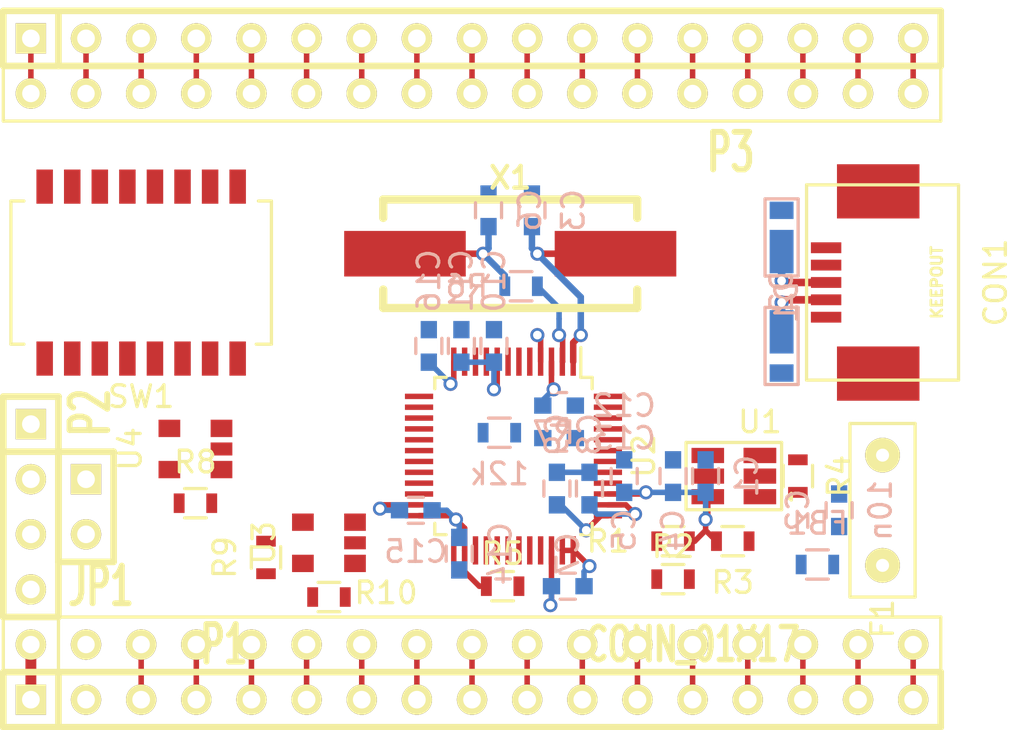
<source format=kicad_pcb>
(kicad_pcb (version 4) (host pcbnew "(2014-10-02 BZR 5162)-product")

  (general
    (links 147)
    (no_connects 86)
    (area 148.348553 90.442599 200.40881 126.08)
    (thickness 1.6)
    (drawings 0)
    (tracks 134)
    (zones 0)
    (modules 42)
    (nets 63)
  )

  (page A4)
  (layers
    (0 F.Cu signal)
    (31 B.Cu signal)
    (32 B.Adhes user)
    (33 F.Adhes user)
    (34 B.Paste user)
    (35 F.Paste user)
    (36 B.SilkS user)
    (37 F.SilkS user)
    (38 B.Mask user)
    (39 F.Mask user)
    (40 Dwgs.User user)
    (41 Cmts.User user)
    (42 Eco1.User user)
    (43 Eco2.User user)
    (44 Edge.Cuts user)
    (45 Margin user)
    (46 B.CrtYd user)
    (47 F.CrtYd user)
    (48 B.Fab user)
    (49 F.Fab user)
  )

  (setup
    (last_trace_width 0.254)
    (trace_clearance 0.21)
    (zone_clearance 0.508)
    (zone_45_only no)
    (trace_min 0.22)
    (segment_width 0.2)
    (edge_width 0.1)
    (via_size 0.65)
    (via_drill 0.4)
    (via_min_size 0.65)
    (via_min_drill 0.4)
    (uvia_size 0.508)
    (uvia_drill 0.127)
    (uvias_allowed no)
    (uvia_min_size 0.508)
    (uvia_min_drill 0.127)
    (pcb_text_width 0.3)
    (pcb_text_size 1.5 1.5)
    (mod_edge_width 0.15)
    (mod_text_size 1 1)
    (mod_text_width 0.15)
    (pad_size 1.5 1.5)
    (pad_drill 0.6)
    (pad_to_mask_clearance 0)
    (aux_axis_origin 152.4 123.825)
    (visible_elements 7FFFFF7F)
    (pcbplotparams
      (layerselection 0x00030_80000001)
      (usegerberextensions false)
      (excludeedgelayer true)
      (linewidth 0.100000)
      (plotframeref false)
      (viasonmask false)
      (mode 1)
      (useauxorigin false)
      (hpglpennumber 1)
      (hpglpenspeed 20)
      (hpglpendiameter 15)
      (hpglpenoverlay 2)
      (psnegative false)
      (psa4output false)
      (plotreference true)
      (plotvalue true)
      (plotinvisibletext false)
      (padsonsilk false)
      (subtractmaskfromsilk false)
      (outputformat 1)
      (mirror false)
      (drillshape 1)
      (scaleselection 1)
      (outputdirectory ""))
  )

  (net 0 "")
  (net 1 /VCC3.3)
  (net 2 GND)
  (net 3 "Net-(C2-Pad2)")
  (net 4 "Net-(C3-Pad1)")
  (net 5 "Net-(C6-Pad1)")
  (net 6 "Net-(C7-Pad1)")
  (net 7 /VCORE)
  (net 8 /VCCA)
  (net 9 /VPLL)
  (net 10 /VPHY)
  (net 11 "Net-(CN1-Pad1)")
  (net 12 "Net-(CN1-Pad3)")
  (net 13 "Net-(CN1-Pad4)")
  (net 14 "Net-(CN1-Pad5)")
  (net 15 "Net-(CN1-Pad6)")
  (net 16 "Net-(CN1-Pad7)")
  (net 17 "Net-(CN1-Pad8)")
  (net 18 "Net-(CN1-Pad9)")
  (net 19 "Net-(CN1-Pad10)")
  (net 20 "Net-(CN1-Pad11)")
  (net 21 "Net-(CN1-Pad12)")
  (net 22 "Net-(CN1-Pad13)")
  (net 23 "Net-(CN1-Pad14)")
  (net 24 "Net-(CN1-Pad15)")
  (net 25 "Net-(CN1-Pad16)")
  (net 26 "Net-(CN1-Pad17)")
  (net 27 "Net-(CN1-Pad18)")
  (net 28 "Net-(CN1-Pad19)")
  (net 29 "Net-(CN1-Pad20)")
  (net 30 "Net-(CN1-Pad21)")
  (net 31 "Net-(CN1-Pad22)")
  (net 32 "Net-(CN1-Pad23)")
  (net 33 "Net-(CN1-Pad24)")
  (net 34 "Net-(CN1-Pad25)")
  (net 35 "Net-(CN1-Pad26)")
  (net 36 "Net-(CN1-Pad27)")
  (net 37 "Net-(CN1-Pad28)")
  (net 38 "Net-(CN1-Pad29)")
  (net 39 "Net-(CN1-Pad30)")
  (net 40 "Net-(CN1-Pad31)")
  (net 41 "Net-(CN1-Pad32)")
  (net 42 "Net-(CN1-Pad33)")
  (net 43 "Net-(CN1-Pad34)")
  (net 44 "Net-(CON1-Pad1)")
  (net 45 "Net-(CON1-Pad2)")
  (net 46 "Net-(CON1-Pad3)")
  (net 47 "Net-(FB1-Pad2)")
  (net 48 /SWDIO_RxD)
  (net 49 /SWDCLK_TxD)
  (net 50 "Net-(R1-Pad1)")
  (net 51 "Net-(R2-Pad1)")
  (net 52 "Net-(R3-Pad1)")
  (net 53 "Net-(R4-Pad1)")
  (net 54 "Net-(R6-Pad1)")
  (net 55 "Net-(R7-Pad1)")
  (net 56 "Net-(R8-Pad2)")
  (net 57 /SWDIO_OE)
  (net 58 /SWDEN)
  (net 59 /RI#)
  (net 60 /DTR#)
  (net 61 /TDO_RTS#)
  (net 62 /CTS#)

  (net_class Default "これは標準のネット クラスです。"
    (clearance 0.21)
    (trace_width 0.254)
    (via_dia 0.65)
    (via_drill 0.4)
    (uvia_dia 0.508)
    (uvia_drill 0.127)
    (add_net /CTS#)
    (add_net /DTR#)
    (add_net /RI#)
    (add_net /SWDCLK_TxD)
    (add_net /SWDEN)
    (add_net /SWDIO_OE)
    (add_net /SWDIO_RxD)
    (add_net /TDO_RTS#)
    (add_net "Net-(C2-Pad2)")
    (add_net "Net-(C7-Pad1)")
    (add_net "Net-(CN1-Pad10)")
    (add_net "Net-(CN1-Pad11)")
    (add_net "Net-(CN1-Pad12)")
    (add_net "Net-(CN1-Pad13)")
    (add_net "Net-(CN1-Pad14)")
    (add_net "Net-(CN1-Pad15)")
    (add_net "Net-(CN1-Pad16)")
    (add_net "Net-(CN1-Pad17)")
    (add_net "Net-(CN1-Pad18)")
    (add_net "Net-(CN1-Pad19)")
    (add_net "Net-(CN1-Pad20)")
    (add_net "Net-(CN1-Pad21)")
    (add_net "Net-(CN1-Pad22)")
    (add_net "Net-(CN1-Pad23)")
    (add_net "Net-(CN1-Pad24)")
    (add_net "Net-(CN1-Pad25)")
    (add_net "Net-(CN1-Pad26)")
    (add_net "Net-(CN1-Pad27)")
    (add_net "Net-(CN1-Pad28)")
    (add_net "Net-(CN1-Pad29)")
    (add_net "Net-(CN1-Pad3)")
    (add_net "Net-(CN1-Pad30)")
    (add_net "Net-(CN1-Pad31)")
    (add_net "Net-(CN1-Pad32)")
    (add_net "Net-(CN1-Pad33)")
    (add_net "Net-(CN1-Pad34)")
    (add_net "Net-(CN1-Pad4)")
    (add_net "Net-(CN1-Pad5)")
    (add_net "Net-(CN1-Pad6)")
    (add_net "Net-(CN1-Pad7)")
    (add_net "Net-(CN1-Pad8)")
    (add_net "Net-(CN1-Pad9)")
    (add_net "Net-(FB1-Pad2)")
    (add_net "Net-(R1-Pad1)")
    (add_net "Net-(R2-Pad1)")
    (add_net "Net-(R3-Pad1)")
    (add_net "Net-(R4-Pad1)")
    (add_net "Net-(R6-Pad1)")
    (add_net "Net-(R7-Pad1)")
    (add_net "Net-(R8-Pad2)")
  )

  (net_class CLOCK ""
    (clearance 0.21)
    (trace_width 0.3)
    (via_dia 0.65)
    (via_drill 0.4)
    (uvia_dia 0.508)
    (uvia_drill 0.127)
    (add_net "Net-(C3-Pad1)")
    (add_net "Net-(C6-Pad1)")
  )

  (net_class POWER ""
    (clearance 0.21)
    (trace_width 0.254)
    (via_dia 0.65)
    (via_drill 0.4)
    (uvia_dia 0.508)
    (uvia_drill 0.127)
    (add_net /VCC3.3)
    (add_net /VCCA)
    (add_net /VCORE)
    (add_net /VPHY)
    (add_net /VPLL)
    (add_net GND)
    (add_net "Net-(CN1-Pad1)")
    (add_net "Net-(CON1-Pad1)")
  )

  (net_class USBDATA ""
    (clearance 0.21)
    (trace_width 0.35)
    (via_dia 0.65)
    (via_drill 0.4)
    (uvia_dia 0.508)
    (uvia_drill 0.127)
    (add_net "Net-(CON1-Pad2)")
    (add_net "Net-(CON1-Pad3)")
  )

  (module Capacitors_SMD:C_0603 (layer B.Cu) (tedit 545F32BB) (tstamp 545DDD89)
    (at 184.75 112.25 90)
    (descr "Capacitor SMD 0603, reflow soldering, AVX (see smccp.pdf)")
    (tags "capacitor 0603")
    (path /545BB405)
    (attr smd)
    (fp_text reference C1 (at 0 1.9 90) (layer B.SilkS)
      (effects (font (size 1 1) (thickness 0.15)) (justify mirror))
    )
    (fp_text value 10n (at 0 -1.9 90) (layer B.SilkS) hide
      (effects (font (size 1 1) (thickness 0.15)) (justify mirror))
    )
    (fp_line (start -1.45 0.75) (end 1.45 0.75) (layer B.CrtYd) (width 0.05))
    (fp_line (start -1.45 -0.75) (end 1.45 -0.75) (layer B.CrtYd) (width 0.05))
    (fp_line (start -1.45 0.75) (end -1.45 -0.75) (layer B.CrtYd) (width 0.05))
    (fp_line (start 1.45 0.75) (end 1.45 -0.75) (layer B.CrtYd) (width 0.05))
    (fp_line (start -0.35 0.6) (end 0.35 0.6) (layer B.SilkS) (width 0.15))
    (fp_line (start 0.35 -0.6) (end -0.35 -0.6) (layer B.SilkS) (width 0.15))
    (pad 1 smd rect (at -0.75 0 90) (size 0.8 0.75) (layers B.Cu B.Paste B.Mask)
      (net 1 /VCC3.3))
    (pad 2 smd rect (at 0.75 0 90) (size 0.8 0.75) (layers B.Cu B.Paste B.Mask)
      (net 2 GND))
    (model Capacitors_SMD/C_0603J.wrl
      (at (xyz 0 0 0))
      (scale (xyz 1 1 1))
      (rotate (xyz 0 0 0))
    )
  )

  (module Capacitors_SMD:C_0603 (layer B.Cu) (tedit 5415D631) (tstamp 545DDD95)
    (at 190.9 113.825 270)
    (descr "Capacitor SMD 0603, reflow soldering, AVX (see smccp.pdf)")
    (tags "capacitor 0603")
    (path /545A6280)
    (attr smd)
    (fp_text reference C2 (at 0 1.9 270) (layer B.SilkS)
      (effects (font (size 1 1) (thickness 0.15)) (justify mirror))
    )
    (fp_text value 10n (at 0 -1.9 270) (layer B.SilkS)
      (effects (font (size 1 1) (thickness 0.15)) (justify mirror))
    )
    (fp_line (start -1.45 0.75) (end 1.45 0.75) (layer B.CrtYd) (width 0.05))
    (fp_line (start -1.45 -0.75) (end 1.45 -0.75) (layer B.CrtYd) (width 0.05))
    (fp_line (start -1.45 0.75) (end -1.45 -0.75) (layer B.CrtYd) (width 0.05))
    (fp_line (start 1.45 0.75) (end 1.45 -0.75) (layer B.CrtYd) (width 0.05))
    (fp_line (start -0.35 0.6) (end 0.35 0.6) (layer B.SilkS) (width 0.15))
    (fp_line (start 0.35 -0.6) (end -0.35 -0.6) (layer B.SilkS) (width 0.15))
    (pad 1 smd rect (at -0.75 0 270) (size 0.8 0.75) (layers B.Cu B.Paste B.Mask)
      (net 2 GND))
    (pad 2 smd rect (at 0.75 0 270) (size 0.8 0.75) (layers B.Cu B.Paste B.Mask)
      (net 3 "Net-(C2-Pad2)"))
    (model Capacitors_SMD/C_0603J.wrl
      (at (xyz 0 0 0))
      (scale (xyz 1 1 1))
      (rotate (xyz 0 0 0))
    )
  )

  (module Capacitors_SMD:C_0603 (layer B.Cu) (tedit 545F65B2) (tstamp 545F705F)
    (at 176.75 100 90)
    (descr "Capacitor SMD 0603, reflow soldering, AVX (see smccp.pdf)")
    (tags "capacitor 0603")
    (path /545A5196)
    (attr smd)
    (fp_text reference C3 (at 0 1.9 90) (layer B.SilkS)
      (effects (font (size 1 1) (thickness 0.15)) (justify mirror))
    )
    (fp_text value 18p (at 0 -1.9 90) (layer B.SilkS) hide
      (effects (font (size 1 1) (thickness 0.15)) (justify mirror))
    )
    (fp_line (start -1.45 0.75) (end 1.45 0.75) (layer B.CrtYd) (width 0.05))
    (fp_line (start -1.45 -0.75) (end 1.45 -0.75) (layer B.CrtYd) (width 0.05))
    (fp_line (start -1.45 0.75) (end -1.45 -0.75) (layer B.CrtYd) (width 0.05))
    (fp_line (start 1.45 0.75) (end 1.45 -0.75) (layer B.CrtYd) (width 0.05))
    (fp_line (start -0.35 0.6) (end 0.35 0.6) (layer B.SilkS) (width 0.15))
    (fp_line (start 0.35 -0.6) (end -0.35 -0.6) (layer B.SilkS) (width 0.15))
    (pad 1 smd rect (at -0.75 0 90) (size 0.8 0.75) (layers B.Cu B.Paste B.Mask)
      (net 4 "Net-(C3-Pad1)"))
    (pad 2 smd rect (at 0.75 0 90) (size 0.8 0.75) (layers B.Cu B.Paste B.Mask)
      (net 2 GND))
    (model Capacitors_SMD/C_0603J.wrl
      (at (xyz 0 0 0))
      (scale (xyz 1 1 1))
      (rotate (xyz 0 0 0))
    )
  )

  (module Capacitors_SMD:C_0603 (layer B.Cu) (tedit 545F32C9) (tstamp 545F832A)
    (at 183.25 112.25 270)
    (descr "Capacitor SMD 0603, reflow soldering, AVX (see smccp.pdf)")
    (tags "capacitor 0603")
    (path /545A81A4)
    (attr smd)
    (fp_text reference C4 (at 2.5 0 270) (layer B.SilkS)
      (effects (font (size 1 1) (thickness 0.15)) (justify mirror))
    )
    (fp_text value 4.7u (at 0 -1.9 270) (layer B.SilkS) hide
      (effects (font (size 1 1) (thickness 0.15)) (justify mirror))
    )
    (fp_line (start -1.45 0.75) (end 1.45 0.75) (layer B.CrtYd) (width 0.05))
    (fp_line (start -1.45 -0.75) (end 1.45 -0.75) (layer B.CrtYd) (width 0.05))
    (fp_line (start -1.45 0.75) (end -1.45 -0.75) (layer B.CrtYd) (width 0.05))
    (fp_line (start 1.45 0.75) (end 1.45 -0.75) (layer B.CrtYd) (width 0.05))
    (fp_line (start -0.35 0.6) (end 0.35 0.6) (layer B.SilkS) (width 0.15))
    (fp_line (start 0.35 -0.6) (end -0.35 -0.6) (layer B.SilkS) (width 0.15))
    (pad 1 smd rect (at -0.75 0 270) (size 0.8 0.75) (layers B.Cu B.Paste B.Mask)
      (net 2 GND))
    (pad 2 smd rect (at 0.75 0 270) (size 0.8 0.75) (layers B.Cu B.Paste B.Mask)
      (net 1 /VCC3.3))
    (model Capacitors_SMD/C_0603J.wrl
      (at (xyz 0 0 0))
      (scale (xyz 1 1 1))
      (rotate (xyz 0 0 0))
    )
  )

  (module Capacitors_SMD:C_0603 (layer B.Cu) (tedit 545F32B1) (tstamp 545F831D)
    (at 181 112.25 270)
    (descr "Capacitor SMD 0603, reflow soldering, AVX (see smccp.pdf)")
    (tags "capacitor 0603")
    (path /545A813E)
    (attr smd)
    (fp_text reference C5 (at 2.5 0 270) (layer B.SilkS)
      (effects (font (size 1 1) (thickness 0.15)) (justify mirror))
    )
    (fp_text value 100n (at 0 -1.9 270) (layer B.SilkS) hide
      (effects (font (size 1 1) (thickness 0.15)) (justify mirror))
    )
    (fp_line (start -1.45 0.75) (end 1.45 0.75) (layer B.CrtYd) (width 0.05))
    (fp_line (start -1.45 -0.75) (end 1.45 -0.75) (layer B.CrtYd) (width 0.05))
    (fp_line (start -1.45 0.75) (end -1.45 -0.75) (layer B.CrtYd) (width 0.05))
    (fp_line (start 1.45 0.75) (end 1.45 -0.75) (layer B.CrtYd) (width 0.05))
    (fp_line (start -0.35 0.6) (end 0.35 0.6) (layer B.SilkS) (width 0.15))
    (fp_line (start 0.35 -0.6) (end -0.35 -0.6) (layer B.SilkS) (width 0.15))
    (pad 1 smd rect (at -0.75 0 270) (size 0.8 0.75) (layers B.Cu B.Paste B.Mask)
      (net 2 GND))
    (pad 2 smd rect (at 0.75 0 270) (size 0.8 0.75) (layers B.Cu B.Paste B.Mask)
      (net 1 /VCC3.3))
    (model Capacitors_SMD/C_0603J.wrl
      (at (xyz 0 0 0))
      (scale (xyz 1 1 1))
      (rotate (xyz 0 0 0))
    )
  )

  (module Capacitors_SMD:C_0603 (layer B.Cu) (tedit 545F65B8) (tstamp 545F7052)
    (at 174.75 100 90)
    (descr "Capacitor SMD 0603, reflow soldering, AVX (see smccp.pdf)")
    (tags "capacitor 0603")
    (path /545A5412)
    (attr smd)
    (fp_text reference C6 (at 0 1.9 90) (layer B.SilkS)
      (effects (font (size 1 1) (thickness 0.15)) (justify mirror))
    )
    (fp_text value 18p (at 0 -1.9 90) (layer B.SilkS) hide
      (effects (font (size 1 1) (thickness 0.15)) (justify mirror))
    )
    (fp_line (start -1.45 0.75) (end 1.45 0.75) (layer B.CrtYd) (width 0.05))
    (fp_line (start -1.45 -0.75) (end 1.45 -0.75) (layer B.CrtYd) (width 0.05))
    (fp_line (start -1.45 0.75) (end -1.45 -0.75) (layer B.CrtYd) (width 0.05))
    (fp_line (start 1.45 0.75) (end 1.45 -0.75) (layer B.CrtYd) (width 0.05))
    (fp_line (start -0.35 0.6) (end 0.35 0.6) (layer B.SilkS) (width 0.15))
    (fp_line (start 0.35 -0.6) (end -0.35 -0.6) (layer B.SilkS) (width 0.15))
    (pad 1 smd rect (at -0.75 0 90) (size 0.8 0.75) (layers B.Cu B.Paste B.Mask)
      (net 5 "Net-(C6-Pad1)"))
    (pad 2 smd rect (at 0.75 0 90) (size 0.8 0.75) (layers B.Cu B.Paste B.Mask)
      (net 2 GND))
    (model Capacitors_SMD/C_0603J.wrl
      (at (xyz 0 0 0))
      (scale (xyz 1 1 1))
      (rotate (xyz 0 0 0))
    )
  )

  (module Capacitors_SMD:C_0603 (layer B.Cu) (tedit 545F35F0) (tstamp 545DDDD1)
    (at 178.4 117.325)
    (descr "Capacitor SMD 0603, reflow soldering, AVX (see smccp.pdf)")
    (tags "capacitor 0603")
    (path /545A698A)
    (attr smd)
    (fp_text reference C7 (at 0 -1.5 270) (layer B.SilkS)
      (effects (font (size 1 1) (thickness 0.15)) (justify mirror))
    )
    (fp_text value 10n (at 0 -1.9) (layer B.SilkS) hide
      (effects (font (size 1 1) (thickness 0.15)) (justify mirror))
    )
    (fp_line (start -1.45 0.75) (end 1.45 0.75) (layer B.CrtYd) (width 0.05))
    (fp_line (start -1.45 -0.75) (end 1.45 -0.75) (layer B.CrtYd) (width 0.05))
    (fp_line (start -1.45 0.75) (end -1.45 -0.75) (layer B.CrtYd) (width 0.05))
    (fp_line (start 1.45 0.75) (end 1.45 -0.75) (layer B.CrtYd) (width 0.05))
    (fp_line (start -0.35 0.6) (end 0.35 0.6) (layer B.SilkS) (width 0.15))
    (fp_line (start 0.35 -0.6) (end -0.35 -0.6) (layer B.SilkS) (width 0.15))
    (pad 1 smd rect (at -0.75 0) (size 0.8 0.75) (layers B.Cu B.Paste B.Mask)
      (net 6 "Net-(C7-Pad1)"))
    (pad 2 smd rect (at 0.75 0) (size 0.8 0.75) (layers B.Cu B.Paste B.Mask)
      (net 2 GND))
    (model Capacitors_SMD/C_0603J.wrl
      (at (xyz 0 0 0))
      (scale (xyz 1 1 1))
      (rotate (xyz 0 0 0))
    )
  )

  (module Capacitors_SMD:C_0603 (layer B.Cu) (tedit 545E52E8) (tstamp 545F8310)
    (at 179.4 112.825 270)
    (descr "Capacitor SMD 0603, reflow soldering, AVX (see smccp.pdf)")
    (tags "capacitor 0603")
    (path /545A7975)
    (attr smd)
    (fp_text reference C8 (at -2.5 0 270) (layer B.SilkS)
      (effects (font (size 1 1) (thickness 0.15)) (justify mirror))
    )
    (fp_text value 100n (at 0 -1.9 270) (layer B.SilkS) hide
      (effects (font (size 1 1) (thickness 0.15)) (justify mirror))
    )
    (fp_line (start -1.45 0.75) (end 1.45 0.75) (layer B.CrtYd) (width 0.05))
    (fp_line (start -1.45 -0.75) (end 1.45 -0.75) (layer B.CrtYd) (width 0.05))
    (fp_line (start -1.45 0.75) (end -1.45 -0.75) (layer B.CrtYd) (width 0.05))
    (fp_line (start 1.45 0.75) (end 1.45 -0.75) (layer B.CrtYd) (width 0.05))
    (fp_line (start -0.35 0.6) (end 0.35 0.6) (layer B.SilkS) (width 0.15))
    (fp_line (start 0.35 -0.6) (end -0.35 -0.6) (layer B.SilkS) (width 0.15))
    (pad 1 smd rect (at -0.75 0 270) (size 0.8 0.75) (layers B.Cu B.Paste B.Mask)
      (net 2 GND))
    (pad 2 smd rect (at 0.75 0 270) (size 0.8 0.75) (layers B.Cu B.Paste B.Mask)
      (net 7 /VCORE))
    (model Capacitors_SMD/C_0603J.wrl
      (at (xyz 0 0 0))
      (scale (xyz 1 1 1))
      (rotate (xyz 0 0 0))
    )
  )

  (module Capacitors_SMD:C_0603 (layer B.Cu) (tedit 545E52EC) (tstamp 545F8303)
    (at 177.9 112.825 270)
    (descr "Capacitor SMD 0603, reflow soldering, AVX (see smccp.pdf)")
    (tags "capacitor 0603")
    (path /545A6A2E)
    (attr smd)
    (fp_text reference C9 (at -2.5 0 270) (layer B.SilkS)
      (effects (font (size 1 1) (thickness 0.15)) (justify mirror))
    )
    (fp_text value 10n (at 0 -1.9 270) (layer B.SilkS) hide
      (effects (font (size 1 1) (thickness 0.15)) (justify mirror))
    )
    (fp_line (start -1.45 0.75) (end 1.45 0.75) (layer B.CrtYd) (width 0.05))
    (fp_line (start -1.45 -0.75) (end 1.45 -0.75) (layer B.CrtYd) (width 0.05))
    (fp_line (start -1.45 0.75) (end -1.45 -0.75) (layer B.CrtYd) (width 0.05))
    (fp_line (start 1.45 0.75) (end 1.45 -0.75) (layer B.CrtYd) (width 0.05))
    (fp_line (start -0.35 0.6) (end 0.35 0.6) (layer B.SilkS) (width 0.15))
    (fp_line (start 0.35 -0.6) (end -0.35 -0.6) (layer B.SilkS) (width 0.15))
    (pad 1 smd rect (at -0.75 0 270) (size 0.8 0.75) (layers B.Cu B.Paste B.Mask)
      (net 2 GND))
    (pad 2 smd rect (at 0.75 0 270) (size 0.8 0.75) (layers B.Cu B.Paste B.Mask)
      (net 8 /VCCA))
    (model Capacitors_SMD/C_0603J.wrl
      (at (xyz 0 0 0))
      (scale (xyz 1 1 1))
      (rotate (xyz 0 0 0))
    )
  )

  (module Capacitors_SMD:C_0603 (layer B.Cu) (tedit 545F2613) (tstamp 545F82F6)
    (at 175 106.25 270)
    (descr "Capacitor SMD 0603, reflow soldering, AVX (see smccp.pdf)")
    (tags "capacitor 0603")
    (path /545AB7B2)
    (attr smd)
    (fp_text reference C10 (at -3 0 270) (layer B.SilkS)
      (effects (font (size 1 1) (thickness 0.15)) (justify mirror))
    )
    (fp_text value 4.7u (at 0 -1.9 270) (layer B.SilkS) hide
      (effects (font (size 1 1) (thickness 0.15)) (justify mirror))
    )
    (fp_line (start -1.45 0.75) (end 1.45 0.75) (layer B.CrtYd) (width 0.05))
    (fp_line (start -1.45 -0.75) (end 1.45 -0.75) (layer B.CrtYd) (width 0.05))
    (fp_line (start -1.45 0.75) (end -1.45 -0.75) (layer B.CrtYd) (width 0.05))
    (fp_line (start 1.45 0.75) (end 1.45 -0.75) (layer B.CrtYd) (width 0.05))
    (fp_line (start -0.35 0.6) (end 0.35 0.6) (layer B.SilkS) (width 0.15))
    (fp_line (start 0.35 -0.6) (end -0.35 -0.6) (layer B.SilkS) (width 0.15))
    (pad 1 smd rect (at -0.75 0 270) (size 0.8 0.75) (layers B.Cu B.Paste B.Mask)
      (net 2 GND))
    (pad 2 smd rect (at 0.75 0 270) (size 0.8 0.75) (layers B.Cu B.Paste B.Mask)
      (net 9 /VPLL))
    (model Capacitors_SMD/C_0603J.wrl
      (at (xyz 0 0 0))
      (scale (xyz 1 1 1))
      (rotate (xyz 0 0 0))
    )
  )

  (module Capacitors_SMD:C_0603 (layer B.Cu) (tedit 545F260F) (tstamp 545F82E9)
    (at 173.5 106.25 270)
    (descr "Capacitor SMD 0603, reflow soldering, AVX (see smccp.pdf)")
    (tags "capacitor 0603")
    (path /545AB7A6)
    (attr smd)
    (fp_text reference C11 (at -3 0 270) (layer B.SilkS)
      (effects (font (size 1 1) (thickness 0.15)) (justify mirror))
    )
    (fp_text value 100n (at 0 -1.9 270) (layer B.SilkS) hide
      (effects (font (size 1 1) (thickness 0.15)) (justify mirror))
    )
    (fp_line (start -1.45 0.75) (end 1.45 0.75) (layer B.CrtYd) (width 0.05))
    (fp_line (start -1.45 -0.75) (end 1.45 -0.75) (layer B.CrtYd) (width 0.05))
    (fp_line (start -1.45 0.75) (end -1.45 -0.75) (layer B.CrtYd) (width 0.05))
    (fp_line (start 1.45 0.75) (end 1.45 -0.75) (layer B.CrtYd) (width 0.05))
    (fp_line (start -0.35 0.6) (end 0.35 0.6) (layer B.SilkS) (width 0.15))
    (fp_line (start 0.35 -0.6) (end -0.35 -0.6) (layer B.SilkS) (width 0.15))
    (pad 1 smd rect (at -0.75 0 270) (size 0.8 0.75) (layers B.Cu B.Paste B.Mask)
      (net 2 GND))
    (pad 2 smd rect (at 0.75 0 270) (size 0.8 0.75) (layers B.Cu B.Paste B.Mask)
      (net 9 /VPLL))
    (model Capacitors_SMD/C_0603J.wrl
      (at (xyz 0 0 0))
      (scale (xyz 1 1 1))
      (rotate (xyz 0 0 0))
    )
  )

  (module Capacitors_SMD:C_0603 (layer B.Cu) (tedit 545F2629) (tstamp 545F82DC)
    (at 178 109 180)
    (descr "Capacitor SMD 0603, reflow soldering, AVX (see smccp.pdf)")
    (tags "capacitor 0603")
    (path /545ABEA7)
    (attr smd)
    (fp_text reference C12 (at -3 0 180) (layer B.SilkS)
      (effects (font (size 1 1) (thickness 0.15)) (justify mirror))
    )
    (fp_text value 4.7u (at 0 -1.9 180) (layer B.SilkS) hide
      (effects (font (size 1 1) (thickness 0.15)) (justify mirror))
    )
    (fp_line (start -1.45 0.75) (end 1.45 0.75) (layer B.CrtYd) (width 0.05))
    (fp_line (start -1.45 -0.75) (end 1.45 -0.75) (layer B.CrtYd) (width 0.05))
    (fp_line (start -1.45 0.75) (end -1.45 -0.75) (layer B.CrtYd) (width 0.05))
    (fp_line (start 1.45 0.75) (end 1.45 -0.75) (layer B.CrtYd) (width 0.05))
    (fp_line (start -0.35 0.6) (end 0.35 0.6) (layer B.SilkS) (width 0.15))
    (fp_line (start 0.35 -0.6) (end -0.35 -0.6) (layer B.SilkS) (width 0.15))
    (pad 1 smd rect (at -0.75 0 180) (size 0.8 0.75) (layers B.Cu B.Paste B.Mask)
      (net 2 GND))
    (pad 2 smd rect (at 0.75 0 180) (size 0.8 0.75) (layers B.Cu B.Paste B.Mask)
      (net 10 /VPHY))
    (model Capacitors_SMD/C_0603J.wrl
      (at (xyz 0 0 0))
      (scale (xyz 1 1 1))
      (rotate (xyz 0 0 0))
    )
  )

  (module Capacitors_SMD:C_0603 (layer B.Cu) (tedit 545F261B) (tstamp 545F82CF)
    (at 178 110.5 180)
    (descr "Capacitor SMD 0603, reflow soldering, AVX (see smccp.pdf)")
    (tags "capacitor 0603")
    (path /545ABE9B)
    (attr smd)
    (fp_text reference C13 (at -3 0 180) (layer B.SilkS)
      (effects (font (size 1 1) (thickness 0.15)) (justify mirror))
    )
    (fp_text value 100n (at 0 -1.9 180) (layer B.SilkS) hide
      (effects (font (size 1 1) (thickness 0.15)) (justify mirror))
    )
    (fp_line (start -1.45 0.75) (end 1.45 0.75) (layer B.CrtYd) (width 0.05))
    (fp_line (start -1.45 -0.75) (end 1.45 -0.75) (layer B.CrtYd) (width 0.05))
    (fp_line (start -1.45 0.75) (end -1.45 -0.75) (layer B.CrtYd) (width 0.05))
    (fp_line (start 1.45 0.75) (end 1.45 -0.75) (layer B.CrtYd) (width 0.05))
    (fp_line (start -0.35 0.6) (end 0.35 0.6) (layer B.SilkS) (width 0.15))
    (fp_line (start 0.35 -0.6) (end -0.35 -0.6) (layer B.SilkS) (width 0.15))
    (pad 1 smd rect (at -0.75 0 180) (size 0.8 0.75) (layers B.Cu B.Paste B.Mask)
      (net 2 GND))
    (pad 2 smd rect (at 0.75 0 180) (size 0.8 0.75) (layers B.Cu B.Paste B.Mask)
      (net 10 /VPHY))
    (model Capacitors_SMD/C_0603J.wrl
      (at (xyz 0 0 0))
      (scale (xyz 1 1 1))
      (rotate (xyz 0 0 0))
    )
  )

  (module Capacitors_SMD:C_0603 (layer B.Cu) (tedit 545E520D) (tstamp 545F82C2)
    (at 173.4 115.825 90)
    (descr "Capacitor SMD 0603, reflow soldering, AVX (see smccp.pdf)")
    (tags "capacitor 0603")
    (path /545B9223)
    (attr smd)
    (fp_text reference C14 (at 0 1.9 90) (layer B.SilkS)
      (effects (font (size 1 1) (thickness 0.15)) (justify mirror))
    )
    (fp_text value 100n (at 0 -1.9 90) (layer B.SilkS) hide
      (effects (font (size 1 1) (thickness 0.15)) (justify mirror))
    )
    (fp_line (start -1.45 0.75) (end 1.45 0.75) (layer B.CrtYd) (width 0.05))
    (fp_line (start -1.45 -0.75) (end 1.45 -0.75) (layer B.CrtYd) (width 0.05))
    (fp_line (start -1.45 0.75) (end -1.45 -0.75) (layer B.CrtYd) (width 0.05))
    (fp_line (start 1.45 0.75) (end 1.45 -0.75) (layer B.CrtYd) (width 0.05))
    (fp_line (start -0.35 0.6) (end 0.35 0.6) (layer B.SilkS) (width 0.15))
    (fp_line (start 0.35 -0.6) (end -0.35 -0.6) (layer B.SilkS) (width 0.15))
    (pad 1 smd rect (at -0.75 0 90) (size 0.8 0.75) (layers B.Cu B.Paste B.Mask)
      (net 2 GND))
    (pad 2 smd rect (at 0.75 0 90) (size 0.8 0.75) (layers B.Cu B.Paste B.Mask)
      (net 1 /VCC3.3))
    (model Capacitors_SMD/C_0603J.wrl
      (at (xyz 0 0 0))
      (scale (xyz 1 1 1))
      (rotate (xyz 0 0 0))
    )
  )

  (module Capacitors_SMD:C_0603 (layer B.Cu) (tedit 545E5197) (tstamp 545F82B5)
    (at 171.4 113.825)
    (descr "Capacitor SMD 0603, reflow soldering, AVX (see smccp.pdf)")
    (tags "capacitor 0603")
    (path /545B91F3)
    (attr smd)
    (fp_text reference C15 (at 0 1.9) (layer B.SilkS)
      (effects (font (size 1 1) (thickness 0.15)) (justify mirror))
    )
    (fp_text value 100n (at 0 -1.9) (layer B.SilkS) hide
      (effects (font (size 1 1) (thickness 0.15)) (justify mirror))
    )
    (fp_line (start -1.45 0.75) (end 1.45 0.75) (layer B.CrtYd) (width 0.05))
    (fp_line (start -1.45 -0.75) (end 1.45 -0.75) (layer B.CrtYd) (width 0.05))
    (fp_line (start -1.45 0.75) (end -1.45 -0.75) (layer B.CrtYd) (width 0.05))
    (fp_line (start 1.45 0.75) (end 1.45 -0.75) (layer B.CrtYd) (width 0.05))
    (fp_line (start -0.35 0.6) (end 0.35 0.6) (layer B.SilkS) (width 0.15))
    (fp_line (start 0.35 -0.6) (end -0.35 -0.6) (layer B.SilkS) (width 0.15))
    (pad 1 smd rect (at -0.75 0) (size 0.8 0.75) (layers B.Cu B.Paste B.Mask)
      (net 2 GND))
    (pad 2 smd rect (at 0.75 0) (size 0.8 0.75) (layers B.Cu B.Paste B.Mask)
      (net 1 /VCC3.3))
    (model Capacitors_SMD/C_0603J.wrl
      (at (xyz 0 0 0))
      (scale (xyz 1 1 1))
      (rotate (xyz 0 0 0))
    )
  )

  (module Capacitors_SMD:C_0603 (layer B.Cu) (tedit 545F260A) (tstamp 545F82A8)
    (at 172 106.25 270)
    (descr "Capacitor SMD 0603, reflow soldering, AVX (see smccp.pdf)")
    (tags "capacitor 0603")
    (path /545B8713)
    (attr smd)
    (fp_text reference C16 (at -3 0 270) (layer B.SilkS)
      (effects (font (size 1 1) (thickness 0.15)) (justify mirror))
    )
    (fp_text value 100n (at 0 -1.9 270) (layer B.SilkS) hide
      (effects (font (size 1 1) (thickness 0.15)) (justify mirror))
    )
    (fp_line (start -1.45 0.75) (end 1.45 0.75) (layer B.CrtYd) (width 0.05))
    (fp_line (start -1.45 -0.75) (end 1.45 -0.75) (layer B.CrtYd) (width 0.05))
    (fp_line (start -1.45 0.75) (end -1.45 -0.75) (layer B.CrtYd) (width 0.05))
    (fp_line (start 1.45 0.75) (end 1.45 -0.75) (layer B.CrtYd) (width 0.05))
    (fp_line (start -0.35 0.6) (end 0.35 0.6) (layer B.SilkS) (width 0.15))
    (fp_line (start 0.35 -0.6) (end -0.35 -0.6) (layer B.SilkS) (width 0.15))
    (pad 1 smd rect (at -0.75 0 270) (size 0.8 0.75) (layers B.Cu B.Paste B.Mask)
      (net 2 GND))
    (pad 2 smd rect (at 0.75 0 270) (size 0.8 0.75) (layers B.Cu B.Paste B.Mask)
      (net 1 /VCC3.3))
    (model Capacitors_SMD/C_0603J.wrl
      (at (xyz 0 0 0))
      (scale (xyz 1 1 1))
      (rotate (xyz 0 0 0))
    )
  )

  (module BL600:SOCKET_BL600 locked (layer F.Cu) (tedit 545F854A) (tstamp 545F85FB)
    (at 196.85 107.315 180)
    (path /545B9E50)
    (fp_text reference CN1 (at 10.16 15.24 180) (layer F.SilkS) hide
      (effects (font (size 1 1) (thickness 0.15)))
    )
    (fp_text value Socket_BL600 (at 39.37 -17.78 180) (layer F.SilkS) hide
      (effects (font (size 1 1) (thickness 0.15)))
    )
    (fp_line (start 1.27 11.43) (end 1.27 13.97) (layer F.SilkS) (width 0.15))
    (fp_line (start 1.27 13.97) (end 44.45 13.97) (layer F.SilkS) (width 0.15))
    (fp_line (start 44.45 13.97) (end 44.45 11.43) (layer F.SilkS) (width 0.15))
    (fp_line (start 44.45 11.43) (end 1.27 11.43) (layer F.SilkS) (width 0.15))
    (fp_line (start 41.91 -13.97) (end 41.91 -11.43) (layer F.SilkS) (width 0.15))
    (fp_line (start 1.27 -11.43) (end 44.45 -11.43) (layer F.SilkS) (width 0.15))
    (fp_line (start 44.45 -11.43) (end 44.45 -13.97) (layer F.SilkS) (width 0.15))
    (fp_line (start 44.45 -13.97) (end 1.27 -13.97) (layer F.SilkS) (width 0.15))
    (fp_line (start 1.27 -13.97) (end 1.27 -11.43) (layer F.SilkS) (width 0.15))
    (fp_line (start -2.5 -6.25) (end 0 -6.25) (layer Dwgs.User) (width 0.15))
    (fp_line (start -2.5 6.25) (end 0 6.25) (layer Dwgs.User) (width 0.15))
    (fp_line (start -2.5 6.25) (end -2.5 -6.25) (layer Dwgs.User) (width 0.15))
    (fp_line (start 0 -13.97) (end 44.45 -13.97) (layer Dwgs.User) (width 0.15))
    (fp_line (start 44.45 -13.97) (end 44.45 13.97) (layer Dwgs.User) (width 0.15))
    (fp_line (start 44.45 13.97) (end 0 13.97) (layer Dwgs.User) (width 0.15))
    (fp_line (start 0 13.97) (end 0 -13.97) (layer Dwgs.User) (width 0.15))
    (pad 1 thru_hole circle (at 43.18 -12.7 180) (size 1.4 1.4) (drill 0.8) (layers *.Cu *.Mask F.SilkS)
      (net 11 "Net-(CN1-Pad1)"))
    (pad 2 thru_hole circle (at 40.64 -12.7 180) (size 1.4 1.4) (drill 0.8) (layers *.Cu *.Mask F.SilkS)
      (net 2 GND))
    (pad 3 thru_hole circle (at 38.1 -12.7 180) (size 1.4 1.4) (drill 0.8) (layers *.Cu *.Mask F.SilkS)
      (net 12 "Net-(CN1-Pad3)"))
    (pad 4 thru_hole circle (at 35.56 -12.7 180) (size 1.4 1.4) (drill 0.8) (layers *.Cu *.Mask F.SilkS)
      (net 13 "Net-(CN1-Pad4)"))
    (pad 5 thru_hole circle (at 33.02 -12.7 180) (size 1.4 1.4) (drill 0.8) (layers *.Cu *.Mask F.SilkS)
      (net 14 "Net-(CN1-Pad5)"))
    (pad 6 thru_hole circle (at 30.48 -12.7 180) (size 1.4 1.4) (drill 0.8) (layers *.Cu *.Mask F.SilkS)
      (net 15 "Net-(CN1-Pad6)"))
    (pad 7 thru_hole circle (at 27.94 -12.7 180) (size 1.4 1.4) (drill 0.8) (layers *.Cu *.Mask F.SilkS)
      (net 16 "Net-(CN1-Pad7)"))
    (pad 8 thru_hole circle (at 25.4 -12.7 180) (size 1.4 1.4) (drill 0.8) (layers *.Cu *.Mask F.SilkS)
      (net 17 "Net-(CN1-Pad8)"))
    (pad 9 thru_hole circle (at 22.86 -12.7 180) (size 1.4 1.4) (drill 0.8) (layers *.Cu *.Mask F.SilkS)
      (net 18 "Net-(CN1-Pad9)"))
    (pad 10 thru_hole circle (at 20.32 -12.7 180) (size 1.4 1.4) (drill 0.8) (layers *.Cu *.Mask F.SilkS)
      (net 19 "Net-(CN1-Pad10)"))
    (pad 11 thru_hole circle (at 17.78 -12.7 180) (size 1.4 1.4) (drill 0.8) (layers *.Cu *.Mask F.SilkS)
      (net 20 "Net-(CN1-Pad11)"))
    (pad 12 thru_hole circle (at 15.24 -12.7 180) (size 1.4 1.4) (drill 0.8) (layers *.Cu *.Mask F.SilkS)
      (net 21 "Net-(CN1-Pad12)"))
    (pad 13 thru_hole circle (at 12.7 -12.7 180) (size 1.4 1.4) (drill 0.8) (layers *.Cu *.Mask F.SilkS)
      (net 22 "Net-(CN1-Pad13)"))
    (pad 14 thru_hole circle (at 10.16 -12.7 180) (size 1.4 1.4) (drill 0.8) (layers *.Cu *.Mask F.SilkS)
      (net 23 "Net-(CN1-Pad14)"))
    (pad 15 thru_hole circle (at 7.62 -12.7 180) (size 1.4 1.4) (drill 0.8) (layers *.Cu *.Mask F.SilkS)
      (net 24 "Net-(CN1-Pad15)"))
    (pad 16 thru_hole circle (at 5.08 -12.7 180) (size 1.4 1.4) (drill 0.8) (layers *.Cu *.Mask F.SilkS)
      (net 25 "Net-(CN1-Pad16)"))
    (pad 17 thru_hole circle (at 2.54 -12.7 180) (size 1.4 1.4) (drill 0.8) (layers *.Cu *.Mask F.SilkS)
      (net 26 "Net-(CN1-Pad17)"))
    (pad 18 thru_hole circle (at 2.54 12.7 180) (size 1.4 1.4) (drill 0.8) (layers *.Cu *.Mask F.SilkS)
      (net 27 "Net-(CN1-Pad18)"))
    (pad 19 thru_hole circle (at 5.08 12.7 180) (size 1.4 1.4) (drill 0.8) (layers *.Cu *.Mask F.SilkS)
      (net 28 "Net-(CN1-Pad19)"))
    (pad 20 thru_hole circle (at 7.62 12.7 180) (size 1.4 1.4) (drill 0.8) (layers *.Cu *.Mask F.SilkS)
      (net 29 "Net-(CN1-Pad20)"))
    (pad 21 thru_hole circle (at 10.16 12.7 180) (size 1.4 1.4) (drill 0.8) (layers *.Cu *.Mask F.SilkS)
      (net 30 "Net-(CN1-Pad21)"))
    (pad 22 thru_hole circle (at 12.7 12.7 180) (size 1.4 1.4) (drill 0.8) (layers *.Cu *.Mask F.SilkS)
      (net 31 "Net-(CN1-Pad22)"))
    (pad 23 thru_hole circle (at 15.24 12.7 180) (size 1.4 1.4) (drill 0.8) (layers *.Cu *.Mask F.SilkS)
      (net 32 "Net-(CN1-Pad23)"))
    (pad 24 thru_hole circle (at 17.78 12.7 180) (size 1.4 1.4) (drill 0.8) (layers *.Cu *.Mask F.SilkS)
      (net 33 "Net-(CN1-Pad24)"))
    (pad 25 thru_hole circle (at 20.32 12.7 180) (size 1.4 1.4) (drill 0.8) (layers *.Cu *.Mask F.SilkS)
      (net 34 "Net-(CN1-Pad25)"))
    (pad 26 thru_hole circle (at 22.86 12.7 180) (size 1.4 1.4) (drill 0.8) (layers *.Cu *.Mask F.SilkS)
      (net 35 "Net-(CN1-Pad26)"))
    (pad 27 thru_hole circle (at 25.4 12.7 180) (size 1.4 1.4) (drill 0.8) (layers *.Cu *.Mask F.SilkS)
      (net 36 "Net-(CN1-Pad27)"))
    (pad 28 thru_hole circle (at 27.94 12.7 180) (size 1.4 1.4) (drill 0.8) (layers *.Cu *.Mask F.SilkS)
      (net 37 "Net-(CN1-Pad28)"))
    (pad 29 thru_hole circle (at 30.48 12.7 180) (size 1.4 1.4) (drill 0.8) (layers *.Cu *.Mask F.SilkS)
      (net 38 "Net-(CN1-Pad29)"))
    (pad 30 thru_hole circle (at 33.02 12.7 180) (size 1.4 1.4) (drill 0.8) (layers *.Cu *.Mask F.SilkS)
      (net 39 "Net-(CN1-Pad30)"))
    (pad 31 thru_hole circle (at 35.56 12.7 180) (size 1.4 1.4) (drill 0.8) (layers *.Cu *.Mask F.SilkS)
      (net 40 "Net-(CN1-Pad31)"))
    (pad 32 thru_hole circle (at 38.1 12.7 180) (size 1.4 1.4) (drill 0.8) (layers *.Cu *.Mask F.SilkS)
      (net 41 "Net-(CN1-Pad32)"))
    (pad 33 thru_hole circle (at 40.64 12.7 180) (size 1.4 1.4) (drill 0.8) (layers *.Cu *.Mask F.SilkS)
      (net 42 "Net-(CN1-Pad33)"))
    (pad 34 thru_hole circle (at 43.18 12.7 180) (size 1.4 1.4) (drill 0.8) (layers *.Cu *.Mask F.SilkS)
      (net 43 "Net-(CN1-Pad34)"))
  )

  (module AVR32Board:HIROSE_UX60SC-MB-5ST (layer F.Cu) (tedit 545F8544) (tstamp 545DDE95)
    (at 196.4 103.325 90)
    (path /545A5F90)
    (fp_text reference CON1 (at 0 1.7 90) (layer F.SilkS)
      (effects (font (size 1 1) (thickness 0.15)))
    )
    (fp_text value USB-MINI-B (at 0 -7.8 90) (layer F.SilkS) hide
      (effects (font (size 1 1) (thickness 0.15)))
    )
    (fp_line (start -4.5 -7) (end 4.5 -7) (layer F.SilkS) (width 0.15))
    (fp_line (start 4.5 -7) (end 4.5 0) (layer F.SilkS) (width 0.15))
    (fp_line (start 4.5 0) (end -4.5 0) (layer F.SilkS) (width 0.15))
    (fp_line (start -4.5 0) (end -4.5 -7) (layer F.SilkS) (width 0.15))
    (fp_text user KEEPOUT (at 0 -1 90) (layer F.SilkS)
      (effects (font (size 0.5 0.5) (thickness 0.125)))
    )
    (fp_line (start -3 0) (end -3 0.5) (layer Dwgs.User) (width 0.15))
    (fp_line (start -3 0.5) (end 3 0.5) (layer Dwgs.User) (width 0.15))
    (fp_line (start 3 0.5) (end 3 0.1) (layer Dwgs.User) (width 0.15))
    (fp_line (start -3.8 0.5) (end 3.8 0.5) (layer Dwgs.User) (width 0.15))
    (fp_line (start 3.8 0.5) (end 3.8 -6.5) (layer Dwgs.User) (width 0.15))
    (fp_line (start 3.8 -6.5) (end -3.8 -6.5) (layer Dwgs.User) (width 0.15))
    (fp_line (start -3.8 -6.5) (end -3.8 0.5) (layer Dwgs.User) (width 0.15))
    (fp_line (start 3 0) (end 3 -1.4) (layer Dwgs.User) (width 0.15))
    (fp_line (start 3 -1.4) (end 2.6 -1.4) (layer Dwgs.User) (width 0.15))
    (fp_line (start 2.6 -1.4) (end 2.6 -2.1) (layer Dwgs.User) (width 0.15))
    (fp_line (start 2.6 -2.1) (end 1.5 -2.1) (layer Dwgs.User) (width 0.15))
    (fp_line (start 1.5 -2.1) (end 1.5 -3.6) (layer Dwgs.User) (width 0.15))
    (fp_line (start 1.5 -3.6) (end -1.6 -3.6) (layer Dwgs.User) (width 0.15))
    (fp_line (start -1.6 -3.6) (end -1.6 -2.1) (layer Dwgs.User) (width 0.15))
    (fp_line (start -1.6 -2.1) (end -2.6 -2.1) (layer Dwgs.User) (width 0.15))
    (fp_line (start -2.6 -2.1) (end -2.6 -1.4) (layer Dwgs.User) (width 0.15))
    (fp_line (start -2.6 -1.4) (end -3 -1.4) (layer Dwgs.User) (width 0.15))
    (fp_line (start -3 -1.4) (end -3 0) (layer Dwgs.User) (width 0.15))
    (pad 7 smd rect (at 4.2 -3.7 90) (size 2.5 3.8) (layers F.Cu F.Paste F.Mask)
      (net 2 GND))
    (pad 6 smd rect (at -4.2 -3.7 90) (size 2.5 3.8) (layers F.Cu F.Paste F.Mask)
      (net 2 GND))
    (pad 1 smd rect (at -1.6 -6.1 90) (size 0.5 1.4) (layers F.Cu F.Paste F.Mask)
      (net 44 "Net-(CON1-Pad1)"))
    (pad 2 smd rect (at -0.8 -6.1 90) (size 0.5 1.4) (layers F.Cu F.Paste F.Mask)
      (net 45 "Net-(CON1-Pad2)"))
    (pad 3 smd rect (at 0 -6.1 90) (size 0.5 1.4) (layers F.Cu F.Paste F.Mask)
      (net 46 "Net-(CON1-Pad3)"))
    (pad 4 smd rect (at 0.8 -6.1 90) (size 0.5 1.4) (layers F.Cu F.Paste F.Mask))
    (pad 5 smd rect (at 1.6 -6.1 90) (size 0.5 1.4) (layers F.Cu F.Paste F.Mask)
      (net 2 GND))
  )

  (module Diodes_SMD:Diode-TUMD2 (layer B.Cu) (tedit 545F6A81) (tstamp 545F9450)
    (at 188.25 101.25 270)
    (descr "ROHM - TUMD2")
    (tags TUMD2)
    (path /545A5ADD)
    (fp_text reference D1 (at 2.975 -0.23 270) (layer B.SilkS)
      (effects (font (size 1 1) (thickness 0.15)) (justify mirror))
    )
    (fp_text value UDZV15B (at 0 -1.905 270) (layer B.SilkS) hide
      (effects (font (size 1 1) (thickness 0.15)) (justify mirror))
    )
    (fp_line (start -1.778 -0.762) (end 1.778 -0.762) (layer B.SilkS) (width 0.15))
    (fp_line (start 1.778 -0.762) (end 1.778 0.762) (layer B.SilkS) (width 0.15))
    (fp_line (start 1.778 0.762) (end -1.778 0.762) (layer B.SilkS) (width 0.15))
    (fp_line (start -1.778 0.762) (end -1.778 -0.762) (layer B.SilkS) (width 0.15))
    (pad 1 smd rect (at -1.25 0 270) (size 0.8 1.1) (layers B.Cu B.Paste B.Mask)
      (net 2 GND))
    (pad 2 smd rect (at 0.65 0 270) (size 2 1.1) (layers B.Cu B.Paste B.Mask)
      (net 46 "Net-(CON1-Pad3)"))
    (model smd/TUMD2.wrl
      (at (xyz 0 0 0))
      (scale (xyz 4 4 4))
      (rotate (xyz 0 0 0))
    )
  )

  (module Diodes_SMD:Diode-TUMD2 (layer B.Cu) (tedit 545F6A7A) (tstamp 545F70A1)
    (at 188.25 106.25 90)
    (descr "ROHM - TUMD2")
    (tags TUMD2)
    (path /545A6938)
    (fp_text reference D2 (at 2.5 0 90) (layer B.SilkS)
      (effects (font (size 1 1) (thickness 0.15)) (justify mirror))
    )
    (fp_text value UDZV15B (at 0 -1.905 90) (layer B.SilkS) hide
      (effects (font (size 1 1) (thickness 0.15)) (justify mirror))
    )
    (fp_line (start -1.778 -0.762) (end 1.778 -0.762) (layer B.SilkS) (width 0.15))
    (fp_line (start 1.778 -0.762) (end 1.778 0.762) (layer B.SilkS) (width 0.15))
    (fp_line (start 1.778 0.762) (end -1.778 0.762) (layer B.SilkS) (width 0.15))
    (fp_line (start -1.778 0.762) (end -1.778 -0.762) (layer B.SilkS) (width 0.15))
    (pad 1 smd rect (at -1.25 0 90) (size 0.8 1.1) (layers B.Cu B.Paste B.Mask)
      (net 2 GND))
    (pad 2 smd rect (at 0.65 0 90) (size 2 1.1) (layers B.Cu B.Paste B.Mask)
      (net 45 "Net-(CON1-Pad2)"))
    (model smd/TUMD2.wrl
      (at (xyz 0 0 0))
      (scale (xyz 4 4 4))
      (rotate (xyz 0 0 0))
    )
  )

  (module TE_PolySW:RXEF050 (layer F.Cu) (tedit 545F53D0) (tstamp 545F867E)
    (at 192.9 113.825 270)
    (path /545A5CE5)
    (fp_text reference F1 (at 5 0 270) (layer F.SilkS)
      (effects (font (size 1 1) (thickness 0.15)))
    )
    (fp_text value RXEF050 (at 0 -2.5 270) (layer F.SilkS) hide
      (effects (font (size 1 1) (thickness 0.15)))
    )
    (fp_line (start -4 -1.5) (end 4 -1.5) (layer F.SilkS) (width 0.15))
    (fp_line (start 4 -1.5) (end 4 1.5) (layer F.SilkS) (width 0.15))
    (fp_line (start 4 1.5) (end -4 1.5) (layer F.SilkS) (width 0.15))
    (fp_line (start -4 1.5) (end -4 -1.5) (layer F.SilkS) (width 0.15))
    (pad 1 thru_hole circle (at -2.54 0 270) (size 1.6 1.6) (drill 0.6) (layers *.Cu *.Mask F.SilkS)
      (net 44 "Net-(CON1-Pad1)"))
    (pad 2 thru_hole circle (at 2.54 0 270) (size 1.6 1.6) (drill 0.6) (layers *.Cu *.Mask F.SilkS)
      (net 3 "Net-(C2-Pad2)"))
  )

  (module Resistors_SMD:R_0603 (layer B.Cu) (tedit 545F5384) (tstamp 545DDEBF)
    (at 189.9 116.325 180)
    (descr "Resistor SMD 0603, reflow soldering, Vishay (see dcrcw.pdf)")
    (tags "resistor 0603")
    (path /545A5B54)
    (attr smd)
    (fp_text reference FB1 (at 0 1.9 180) (layer B.SilkS)
      (effects (font (size 1 1) (thickness 0.15)) (justify mirror))
    )
    (fp_text value 470/1A (at 0 -1.9 180) (layer B.SilkS) hide
      (effects (font (size 1 1) (thickness 0.15)) (justify mirror))
    )
    (fp_line (start -1.3 0.8) (end 1.3 0.8) (layer B.CrtYd) (width 0.05))
    (fp_line (start -1.3 -0.8) (end 1.3 -0.8) (layer B.CrtYd) (width 0.05))
    (fp_line (start -1.3 0.8) (end -1.3 -0.8) (layer B.CrtYd) (width 0.05))
    (fp_line (start 1.3 0.8) (end 1.3 -0.8) (layer B.CrtYd) (width 0.05))
    (fp_line (start 0.5 -0.675) (end -0.5 -0.675) (layer B.SilkS) (width 0.15))
    (fp_line (start -0.5 0.675) (end 0.5 0.675) (layer B.SilkS) (width 0.15))
    (pad 1 smd rect (at -0.75 0 180) (size 0.5 0.9) (layers B.Cu B.Paste B.Mask)
      (net 3 "Net-(C2-Pad2)"))
    (pad 2 smd rect (at 0.75 0 180) (size 0.5 0.9) (layers B.Cu B.Paste B.Mask)
      (net 47 "Net-(FB1-Pad2)"))
    (model Resistors_SMD/R_0603.wrl
      (at (xyz 0 0 0))
      (scale (xyz 1 1 1))
      (rotate (xyz 0 0 0))
    )
  )

  (module Connect:SIL-2 (layer F.Cu) (tedit 545F53C7) (tstamp 545DDEC9)
    (at 156.21 113.665 270)
    (descr "Connecteurs 2 pins")
    (tags "CONN DEV")
    (path /545BF6B2)
    (fp_text reference JP1 (at 3.66 -0.69 360) (layer F.SilkS)
      (effects (font (size 1.72974 1.08712) (thickness 0.3048)))
    )
    (fp_text value JUMPER (at 0 -2.54 270) (layer F.SilkS) hide
      (effects (font (size 1.524 1.016) (thickness 0.3048)))
    )
    (fp_line (start -2.54 1.27) (end -2.54 -1.27) (layer F.SilkS) (width 0.3048))
    (fp_line (start -2.54 -1.27) (end 2.54 -1.27) (layer F.SilkS) (width 0.3048))
    (fp_line (start 2.54 -1.27) (end 2.54 1.27) (layer F.SilkS) (width 0.3048))
    (fp_line (start 2.54 1.27) (end -2.54 1.27) (layer F.SilkS) (width 0.3048))
    (pad 1 thru_hole rect (at -1.27 0 270) (size 1.397 1.397) (drill 0.8128) (layers *.Cu *.Mask F.SilkS)
      (net 1 /VCC3.3))
    (pad 2 thru_hole circle (at 1.27 0 270) (size 1.397 1.397) (drill 0.8128) (layers *.Cu *.Mask F.SilkS)
      (net 11 "Net-(CN1-Pad1)"))
  )

  (module BL600:SIL-17 locked (layer F.Cu) (tedit 53567A15) (tstamp 545F8572)
    (at 175.26 122.555)
    (descr "Connecteur 17 pins")
    (tags "CONN DEV")
    (path /545D20DE)
    (fp_text reference P1 (at -12.7 -2.54) (layer F.SilkS)
      (effects (font (size 1.72974 1.08712) (thickness 0.27178)))
    )
    (fp_text value CONN_01X17 (at 8.89 -2.54) (layer F.SilkS)
      (effects (font (size 1.524 1.016) (thickness 0.3048)))
    )
    (fp_line (start -22.86 -1.27) (end 20.32 -1.27) (layer F.SilkS) (width 0.3048))
    (fp_line (start 20.32 -1.27) (end 20.32 1.27) (layer F.SilkS) (width 0.3048))
    (fp_line (start 20.32 1.27) (end -22.86 1.27) (layer F.SilkS) (width 0.3048))
    (fp_line (start -22.86 1.27) (end -22.86 -1.27) (layer F.SilkS) (width 0.3048))
    (fp_line (start -20.32 -1.27) (end -20.32 1.27) (layer F.SilkS) (width 0.3048))
    (pad 1 thru_hole rect (at -21.59 0) (size 1.397 1.397) (drill 0.8128) (layers *.Cu *.Mask F.SilkS)
      (net 11 "Net-(CN1-Pad1)"))
    (pad 2 thru_hole circle (at -19.05 0) (size 1.397 1.397) (drill 0.8128) (layers *.Cu *.Mask F.SilkS)
      (net 2 GND))
    (pad 3 thru_hole circle (at -16.51 0) (size 1.397 1.397) (drill 0.8128) (layers *.Cu *.Mask F.SilkS)
      (net 12 "Net-(CN1-Pad3)"))
    (pad 4 thru_hole circle (at -13.97 0) (size 1.397 1.397) (drill 0.8128) (layers *.Cu *.Mask F.SilkS)
      (net 13 "Net-(CN1-Pad4)"))
    (pad 5 thru_hole circle (at -11.43 0) (size 1.397 1.397) (drill 0.8128) (layers *.Cu *.Mask F.SilkS)
      (net 14 "Net-(CN1-Pad5)"))
    (pad 6 thru_hole circle (at -8.89 0) (size 1.397 1.397) (drill 0.8128) (layers *.Cu *.Mask F.SilkS)
      (net 15 "Net-(CN1-Pad6)"))
    (pad 7 thru_hole circle (at -6.35 0) (size 1.397 1.397) (drill 0.8128) (layers *.Cu *.Mask F.SilkS)
      (net 16 "Net-(CN1-Pad7)"))
    (pad 8 thru_hole circle (at -3.81 0) (size 1.397 1.397) (drill 0.8128) (layers *.Cu *.Mask F.SilkS)
      (net 17 "Net-(CN1-Pad8)"))
    (pad 9 thru_hole circle (at -1.27 0) (size 1.397 1.397) (drill 0.8128) (layers *.Cu *.Mask F.SilkS)
      (net 18 "Net-(CN1-Pad9)"))
    (pad 10 thru_hole circle (at 1.27 0) (size 1.397 1.397) (drill 0.8128) (layers *.Cu *.Mask F.SilkS)
      (net 19 "Net-(CN1-Pad10)"))
    (pad 11 thru_hole circle (at 3.81 0) (size 1.397 1.397) (drill 0.8128) (layers *.Cu *.Mask F.SilkS)
      (net 20 "Net-(CN1-Pad11)"))
    (pad 12 thru_hole circle (at 6.35 0) (size 1.397 1.397) (drill 0.8128) (layers *.Cu *.Mask F.SilkS)
      (net 21 "Net-(CN1-Pad12)"))
    (pad 13 thru_hole circle (at 8.89 0) (size 1.397 1.397) (drill 0.8128) (layers *.Cu *.Mask F.SilkS)
      (net 22 "Net-(CN1-Pad13)"))
    (pad 14 thru_hole circle (at 11.43 0) (size 1.397 1.397) (drill 0.8128) (layers *.Cu *.Mask F.SilkS)
      (net 23 "Net-(CN1-Pad14)"))
    (pad 15 thru_hole circle (at 13.97 0) (size 1.397 1.397) (drill 0.8128) (layers *.Cu *.Mask F.SilkS)
      (net 24 "Net-(CN1-Pad15)"))
    (pad 16 thru_hole circle (at 16.51 0) (size 1.397 1.397) (drill 0.8128) (layers *.Cu *.Mask F.SilkS)
      (net 25 "Net-(CN1-Pad16)"))
    (pad 17 thru_hole circle (at 19.05 0) (size 1.397 1.397) (drill 0.8128) (layers *.Cu *.Mask F.SilkS)
      (net 26 "Net-(CN1-Pad17)"))
  )

  (module Connect:SIL-4 (layer F.Cu) (tedit 545F53B6) (tstamp 545DDEF2)
    (at 153.67 113.665 270)
    (descr "Connecteur 4 pibs")
    (tags "CONN DEV")
    (path /545BA3D3)
    (fp_text reference P2 (at -4.34 -2.73 270) (layer F.SilkS)
      (effects (font (size 1.73482 1.08712) (thickness 0.3048)))
    )
    (fp_text value CONN_BL600_SWDIF (at 0 -2.54 270) (layer F.SilkS) hide
      (effects (font (size 1.524 1.016) (thickness 0.3048)))
    )
    (fp_line (start -5.08 -1.27) (end -5.08 -1.27) (layer F.SilkS) (width 0.3048))
    (fp_line (start -5.08 1.27) (end -5.08 -1.27) (layer F.SilkS) (width 0.3048))
    (fp_line (start -5.08 -1.27) (end -5.08 -1.27) (layer F.SilkS) (width 0.3048))
    (fp_line (start -5.08 -1.27) (end 5.08 -1.27) (layer F.SilkS) (width 0.3048))
    (fp_line (start 5.08 -1.27) (end 5.08 1.27) (layer F.SilkS) (width 0.3048))
    (fp_line (start 5.08 1.27) (end -5.08 1.27) (layer F.SilkS) (width 0.3048))
    (fp_line (start -2.54 1.27) (end -2.54 -1.27) (layer F.SilkS) (width 0.3048))
    (pad 1 thru_hole rect (at -3.81 0 270) (size 1.397 1.397) (drill 0.8128) (layers *.Cu *.Mask F.SilkS)
      (net 48 /SWDIO_RxD))
    (pad 2 thru_hole circle (at -1.27 0 270) (size 1.397 1.397) (drill 0.8128) (layers *.Cu *.Mask F.SilkS)
      (net 49 /SWDCLK_TxD))
    (pad 3 thru_hole circle (at 1.27 0 270) (size 1.397 1.397) (drill 0.8128) (layers *.Cu *.Mask F.SilkS)
      (net 11 "Net-(CN1-Pad1)"))
    (pad 4 thru_hole circle (at 3.81 0 270) (size 1.397 1.397) (drill 0.8128) (layers *.Cu *.Mask F.SilkS)
      (net 2 GND))
  )

  (module BL600:SIL-17 locked (layer F.Cu) (tedit 545F996F) (tstamp 545F858D)
    (at 175.26 92.075)
    (descr "Connecteur 17 pins")
    (tags "CONN DEV")
    (path /545D041A)
    (fp_text reference P3 (at 10.64 5.25) (layer F.SilkS)
      (effects (font (size 1.72974 1.08712) (thickness 0.27178)))
    )
    (fp_text value CONN_01X17 (at 15.24 2.54) (layer F.SilkS) hide
      (effects (font (size 1.524 1.016) (thickness 0.254)))
    )
    (fp_line (start -22.86 -1.27) (end 20.32 -1.27) (layer F.SilkS) (width 0.3048))
    (fp_line (start 20.32 -1.27) (end 20.32 1.27) (layer F.SilkS) (width 0.3048))
    (fp_line (start 20.32 1.27) (end -22.86 1.27) (layer F.SilkS) (width 0.3048))
    (fp_line (start -22.86 1.27) (end -22.86 -1.27) (layer F.SilkS) (width 0.3048))
    (fp_line (start -20.32 -1.27) (end -20.32 1.27) (layer F.SilkS) (width 0.3048))
    (pad 1 thru_hole rect (at -21.59 0) (size 1.397 1.397) (drill 0.8128) (layers *.Cu *.Mask F.SilkS)
      (net 43 "Net-(CN1-Pad34)"))
    (pad 2 thru_hole circle (at -19.05 0) (size 1.397 1.397) (drill 0.8128) (layers *.Cu *.Mask F.SilkS)
      (net 42 "Net-(CN1-Pad33)"))
    (pad 3 thru_hole circle (at -16.51 0) (size 1.397 1.397) (drill 0.8128) (layers *.Cu *.Mask F.SilkS)
      (net 41 "Net-(CN1-Pad32)"))
    (pad 4 thru_hole circle (at -13.97 0) (size 1.397 1.397) (drill 0.8128) (layers *.Cu *.Mask F.SilkS)
      (net 40 "Net-(CN1-Pad31)"))
    (pad 5 thru_hole circle (at -11.43 0) (size 1.397 1.397) (drill 0.8128) (layers *.Cu *.Mask F.SilkS)
      (net 39 "Net-(CN1-Pad30)"))
    (pad 6 thru_hole circle (at -8.89 0) (size 1.397 1.397) (drill 0.8128) (layers *.Cu *.Mask F.SilkS)
      (net 38 "Net-(CN1-Pad29)"))
    (pad 7 thru_hole circle (at -6.35 0) (size 1.397 1.397) (drill 0.8128) (layers *.Cu *.Mask F.SilkS)
      (net 37 "Net-(CN1-Pad28)"))
    (pad 8 thru_hole circle (at -3.81 0) (size 1.397 1.397) (drill 0.8128) (layers *.Cu *.Mask F.SilkS)
      (net 36 "Net-(CN1-Pad27)"))
    (pad 9 thru_hole circle (at -1.27 0) (size 1.397 1.397) (drill 0.8128) (layers *.Cu *.Mask F.SilkS)
      (net 35 "Net-(CN1-Pad26)"))
    (pad 10 thru_hole circle (at 1.27 0) (size 1.397 1.397) (drill 0.8128) (layers *.Cu *.Mask F.SilkS)
      (net 34 "Net-(CN1-Pad25)"))
    (pad 11 thru_hole circle (at 3.81 0) (size 1.397 1.397) (drill 0.8128) (layers *.Cu *.Mask F.SilkS)
      (net 33 "Net-(CN1-Pad24)"))
    (pad 12 thru_hole circle (at 6.35 0) (size 1.397 1.397) (drill 0.8128) (layers *.Cu *.Mask F.SilkS)
      (net 32 "Net-(CN1-Pad23)"))
    (pad 13 thru_hole circle (at 8.89 0) (size 1.397 1.397) (drill 0.8128) (layers *.Cu *.Mask F.SilkS)
      (net 31 "Net-(CN1-Pad22)"))
    (pad 14 thru_hole circle (at 11.43 0) (size 1.397 1.397) (drill 0.8128) (layers *.Cu *.Mask F.SilkS)
      (net 30 "Net-(CN1-Pad21)"))
    (pad 15 thru_hole circle (at 13.97 0) (size 1.397 1.397) (drill 0.8128) (layers *.Cu *.Mask F.SilkS)
      (net 29 "Net-(CN1-Pad20)"))
    (pad 16 thru_hole circle (at 16.51 0) (size 1.397 1.397) (drill 0.8128) (layers *.Cu *.Mask F.SilkS)
      (net 28 "Net-(CN1-Pad19)"))
    (pad 17 thru_hole circle (at 19.05 0) (size 1.397 1.397) (drill 0.8128) (layers *.Cu *.Mask F.SilkS)
      (net 27 "Net-(CN1-Pad18)"))
  )

  (module Resistors_SMD:R_0603 (layer F.Cu) (tedit 545F3624) (tstamp 545DDF18)
    (at 183.25 115.25)
    (descr "Resistor SMD 0603, reflow soldering, Vishay (see dcrcw.pdf)")
    (tags "resistor 0603")
    (path /545BBE9A)
    (attr smd)
    (fp_text reference R1 (at -3 0) (layer F.SilkS)
      (effects (font (size 1 1) (thickness 0.15)))
    )
    (fp_text value 10k (at 0 1.9) (layer F.SilkS) hide
      (effects (font (size 1 1) (thickness 0.15)))
    )
    (fp_line (start -1.3 -0.8) (end 1.3 -0.8) (layer F.CrtYd) (width 0.05))
    (fp_line (start -1.3 0.8) (end 1.3 0.8) (layer F.CrtYd) (width 0.05))
    (fp_line (start -1.3 -0.8) (end -1.3 0.8) (layer F.CrtYd) (width 0.05))
    (fp_line (start 1.3 -0.8) (end 1.3 0.8) (layer F.CrtYd) (width 0.05))
    (fp_line (start 0.5 0.675) (end -0.5 0.675) (layer F.SilkS) (width 0.15))
    (fp_line (start -0.5 -0.675) (end 0.5 -0.675) (layer F.SilkS) (width 0.15))
    (pad 1 smd rect (at -0.75 0) (size 0.5 0.9) (layers F.Cu F.Paste F.Mask)
      (net 50 "Net-(R1-Pad1)"))
    (pad 2 smd rect (at 0.75 0) (size 0.5 0.9) (layers F.Cu F.Paste F.Mask)
      (net 1 /VCC3.3))
    (model Resistors_SMD/R_0603.wrl
      (at (xyz 0 0 0))
      (scale (xyz 1 1 1))
      (rotate (xyz 0 0 0))
    )
  )

  (module Resistors_SMD:R_0603 (layer F.Cu) (tedit 5460D09D) (tstamp 545DDF24)
    (at 183.25 117)
    (descr "Resistor SMD 0603, reflow soldering, Vishay (see dcrcw.pdf)")
    (tags "resistor 0603")
    (path /545BBE66)
    (attr smd)
    (fp_text reference R2 (at 0 -1.5) (layer F.SilkS)
      (effects (font (size 1 1) (thickness 0.15)))
    )
    (fp_text value 10k (at 0 1.9) (layer F.SilkS) hide
      (effects (font (size 1 1) (thickness 0.15)))
    )
    (fp_line (start -1.3 -0.8) (end 1.3 -0.8) (layer F.CrtYd) (width 0.05))
    (fp_line (start -1.3 0.8) (end 1.3 0.8) (layer F.CrtYd) (width 0.05))
    (fp_line (start -1.3 -0.8) (end -1.3 0.8) (layer F.CrtYd) (width 0.05))
    (fp_line (start 1.3 -0.8) (end 1.3 0.8) (layer F.CrtYd) (width 0.05))
    (fp_line (start 0.5 0.675) (end -0.5 0.675) (layer F.SilkS) (width 0.15))
    (fp_line (start -0.5 -0.675) (end 0.5 -0.675) (layer F.SilkS) (width 0.15))
    (pad 1 smd rect (at -0.75 0) (size 0.5 0.9) (layers F.Cu F.Paste F.Mask)
      (net 51 "Net-(R2-Pad1)"))
    (pad 2 smd rect (at 0.75 0) (size 0.5 0.9) (layers F.Cu F.Paste F.Mask)
      (net 1 /VCC3.3))
    (model Resistors_SMD/R_0603.wrl
      (at (xyz 0 0 0))
      (scale (xyz 1 1 1))
      (rotate (xyz 0 0 0))
    )
  )

  (module Resistors_SMD:R_0603 (layer F.Cu) (tedit 545F357A) (tstamp 545DDF30)
    (at 186 115.25 180)
    (descr "Resistor SMD 0603, reflow soldering, Vishay (see dcrcw.pdf)")
    (tags "resistor 0603")
    (path /545BBD1B)
    (attr smd)
    (fp_text reference R3 (at 0 -1.9 180) (layer F.SilkS)
      (effects (font (size 1 1) (thickness 0.15)))
    )
    (fp_text value 10k (at 0 1.9 180) (layer F.SilkS) hide
      (effects (font (size 1 1) (thickness 0.15)))
    )
    (fp_line (start -1.3 -0.8) (end 1.3 -0.8) (layer F.CrtYd) (width 0.05))
    (fp_line (start -1.3 0.8) (end 1.3 0.8) (layer F.CrtYd) (width 0.05))
    (fp_line (start -1.3 -0.8) (end -1.3 0.8) (layer F.CrtYd) (width 0.05))
    (fp_line (start 1.3 -0.8) (end 1.3 0.8) (layer F.CrtYd) (width 0.05))
    (fp_line (start 0.5 0.675) (end -0.5 0.675) (layer F.SilkS) (width 0.15))
    (fp_line (start -0.5 -0.675) (end 0.5 -0.675) (layer F.SilkS) (width 0.15))
    (pad 1 smd rect (at -0.75 0 180) (size 0.5 0.9) (layers F.Cu F.Paste F.Mask)
      (net 52 "Net-(R3-Pad1)"))
    (pad 2 smd rect (at 0.75 0 180) (size 0.5 0.9) (layers F.Cu F.Paste F.Mask)
      (net 1 /VCC3.3))
    (model Resistors_SMD/R_0603.wrl
      (at (xyz 0 0 0))
      (scale (xyz 1 1 1))
      (rotate (xyz 0 0 0))
    )
  )

  (module Resistors_SMD:R_0603 (layer F.Cu) (tedit 545F3584) (tstamp 545DDF3C)
    (at 189 112.25 270)
    (descr "Resistor SMD 0603, reflow soldering, Vishay (see dcrcw.pdf)")
    (tags "resistor 0603")
    (path /545BAED2)
    (attr smd)
    (fp_text reference R4 (at 0 -1.9 270) (layer F.SilkS)
      (effects (font (size 1 1) (thickness 0.15)))
    )
    (fp_text value 2k (at 0 1.9 270) (layer F.SilkS) hide
      (effects (font (size 1 1) (thickness 0.15)))
    )
    (fp_line (start -1.3 -0.8) (end 1.3 -0.8) (layer F.CrtYd) (width 0.05))
    (fp_line (start -1.3 0.8) (end 1.3 0.8) (layer F.CrtYd) (width 0.05))
    (fp_line (start -1.3 -0.8) (end -1.3 0.8) (layer F.CrtYd) (width 0.05))
    (fp_line (start 1.3 -0.8) (end 1.3 0.8) (layer F.CrtYd) (width 0.05))
    (fp_line (start 0.5 0.675) (end -0.5 0.675) (layer F.SilkS) (width 0.15))
    (fp_line (start -0.5 -0.675) (end 0.5 -0.675) (layer F.SilkS) (width 0.15))
    (pad 1 smd rect (at -0.75 0 270) (size 0.5 0.9) (layers F.Cu F.Paste F.Mask)
      (net 53 "Net-(R4-Pad1)"))
    (pad 2 smd rect (at 0.75 0 270) (size 0.5 0.9) (layers F.Cu F.Paste F.Mask)
      (net 52 "Net-(R3-Pad1)"))
    (model Resistors_SMD/R_0603.wrl
      (at (xyz 0 0 0))
      (scale (xyz 1 1 1))
      (rotate (xyz 0 0 0))
    )
  )

  (module Resistors_SMD:R_0603 (layer F.Cu) (tedit 545F360D) (tstamp 545DDF48)
    (at 175.4 117.325 180)
    (descr "Resistor SMD 0603, reflow soldering, Vishay (see dcrcw.pdf)")
    (tags "resistor 0603")
    (path /545A9814)
    (attr smd)
    (fp_text reference R5 (at 0 1.5 180) (layer F.SilkS)
      (effects (font (size 1 1) (thickness 0.15)))
    )
    (fp_text value 10k (at 0 1.9 180) (layer F.SilkS) hide
      (effects (font (size 1 1) (thickness 0.15)))
    )
    (fp_line (start -1.3 -0.8) (end 1.3 -0.8) (layer F.CrtYd) (width 0.05))
    (fp_line (start -1.3 0.8) (end 1.3 0.8) (layer F.CrtYd) (width 0.05))
    (fp_line (start -1.3 -0.8) (end -1.3 0.8) (layer F.CrtYd) (width 0.05))
    (fp_line (start 1.3 -0.8) (end 1.3 0.8) (layer F.CrtYd) (width 0.05))
    (fp_line (start 0.5 0.675) (end -0.5 0.675) (layer F.SilkS) (width 0.15))
    (fp_line (start -0.5 -0.675) (end 0.5 -0.675) (layer F.SilkS) (width 0.15))
    (pad 1 smd rect (at -0.75 0 180) (size 0.5 0.9) (layers F.Cu F.Paste F.Mask)
      (net 6 "Net-(C7-Pad1)"))
    (pad 2 smd rect (at 0.75 0 180) (size 0.5 0.9) (layers F.Cu F.Paste F.Mask)
      (net 1 /VCC3.3))
    (model Resistors_SMD/R_0603.wrl
      (at (xyz 0 0 0))
      (scale (xyz 1 1 1))
      (rotate (xyz 0 0 0))
    )
  )

  (module Resistors_SMD:R_0603 (layer B.Cu) (tedit 545F9943) (tstamp 545F8547)
    (at 176.25 103.5 180)
    (descr "Resistor SMD 0603, reflow soldering, Vishay (see dcrcw.pdf)")
    (tags "resistor 0603")
    (path /545A548E)
    (attr smd)
    (fp_text reference R6 (at 2.5 0 180) (layer B.SilkS)
      (effects (font (size 1 1) (thickness 0.15)) (justify mirror))
    )
    (fp_text value 51 (at 0 -1.9 180) (layer B.SilkS) hide
      (effects (font (size 1 1) (thickness 0.15)) (justify mirror))
    )
    (fp_line (start -1.3 0.8) (end 1.3 0.8) (layer B.CrtYd) (width 0.05))
    (fp_line (start -1.3 -0.8) (end 1.3 -0.8) (layer B.CrtYd) (width 0.05))
    (fp_line (start -1.3 0.8) (end -1.3 -0.8) (layer B.CrtYd) (width 0.05))
    (fp_line (start 1.3 0.8) (end 1.3 -0.8) (layer B.CrtYd) (width 0.05))
    (fp_line (start 0.5 -0.675) (end -0.5 -0.675) (layer B.SilkS) (width 0.15))
    (fp_line (start -0.5 0.675) (end 0.5 0.675) (layer B.SilkS) (width 0.15))
    (pad 1 smd rect (at -0.75 0 180) (size 0.5 0.9) (layers B.Cu B.Paste B.Mask)
      (net 54 "Net-(R6-Pad1)"))
    (pad 2 smd rect (at 0.75 0 180) (size 0.5 0.9) (layers B.Cu B.Paste B.Mask)
      (net 5 "Net-(C6-Pad1)"))
    (model Resistors_SMD/R_0603.wrl
      (at (xyz 0 0 0))
      (scale (xyz 1 1 1))
      (rotate (xyz 0 0 0))
    )
  )

  (module Resistors_SMD:R_0603 (layer B.Cu) (tedit 545F2B51) (tstamp 545F829B)
    (at 175.25 110.25 180)
    (descr "Resistor SMD 0603, reflow soldering, Vishay (see dcrcw.pdf)")
    (tags "resistor 0603")
    (path /545B803A)
    (attr smd)
    (fp_text reference R7 (at -2.5 0 180) (layer B.SilkS)
      (effects (font (size 1 1) (thickness 0.15)) (justify mirror))
    )
    (fp_text value 12k (at 0 -1.9 180) (layer B.SilkS)
      (effects (font (size 1 1) (thickness 0.15)) (justify mirror))
    )
    (fp_line (start -1.3 0.8) (end 1.3 0.8) (layer B.CrtYd) (width 0.05))
    (fp_line (start -1.3 -0.8) (end 1.3 -0.8) (layer B.CrtYd) (width 0.05))
    (fp_line (start -1.3 0.8) (end -1.3 -0.8) (layer B.CrtYd) (width 0.05))
    (fp_line (start 1.3 0.8) (end 1.3 -0.8) (layer B.CrtYd) (width 0.05))
    (fp_line (start 0.5 -0.675) (end -0.5 -0.675) (layer B.SilkS) (width 0.15))
    (fp_line (start -0.5 0.675) (end 0.5 0.675) (layer B.SilkS) (width 0.15))
    (pad 1 smd rect (at -0.75 0 180) (size 0.5 0.9) (layers B.Cu B.Paste B.Mask)
      (net 55 "Net-(R7-Pad1)"))
    (pad 2 smd rect (at 0.75 0 180) (size 0.5 0.9) (layers B.Cu B.Paste B.Mask)
      (net 2 GND))
    (model Resistors_SMD/R_0603.wrl
      (at (xyz 0 0 0))
      (scale (xyz 1 1 1))
      (rotate (xyz 0 0 0))
    )
  )

  (module Resistors_SMD:R_0603 (layer F.Cu) (tedit 545F659A) (tstamp 545DDF6C)
    (at 161.25 113.5)
    (descr "Resistor SMD 0603, reflow soldering, Vishay (see dcrcw.pdf)")
    (tags "resistor 0603")
    (path /545BC00F)
    (attr smd)
    (fp_text reference R8 (at 0 -1.9) (layer F.SilkS)
      (effects (font (size 1 1) (thickness 0.15)))
    )
    (fp_text value 10k (at 0 1.9) (layer F.SilkS) hide
      (effects (font (size 1 1) (thickness 0.15)))
    )
    (fp_line (start -1.3 -0.8) (end 1.3 -0.8) (layer F.CrtYd) (width 0.05))
    (fp_line (start -1.3 0.8) (end 1.3 0.8) (layer F.CrtYd) (width 0.05))
    (fp_line (start -1.3 -0.8) (end -1.3 0.8) (layer F.CrtYd) (width 0.05))
    (fp_line (start 1.3 -0.8) (end 1.3 0.8) (layer F.CrtYd) (width 0.05))
    (fp_line (start 0.5 0.675) (end -0.5 0.675) (layer F.SilkS) (width 0.15))
    (fp_line (start -0.5 -0.675) (end 0.5 -0.675) (layer F.SilkS) (width 0.15))
    (pad 1 smd rect (at -0.75 0) (size 0.5 0.9) (layers F.Cu F.Paste F.Mask)
      (net 1 /VCC3.3))
    (pad 2 smd rect (at 0.75 0) (size 0.5 0.9) (layers F.Cu F.Paste F.Mask)
      (net 56 "Net-(R8-Pad2)"))
    (model Resistors_SMD/R_0603.wrl
      (at (xyz 0 0 0))
      (scale (xyz 1 1 1))
      (rotate (xyz 0 0 0))
    )
  )

  (module Resistors_SMD:R_0603 (layer F.Cu) (tedit 545F65AC) (tstamp 5460B7C4)
    (at 164.5 116 90)
    (descr "Resistor SMD 0603, reflow soldering, Vishay (see dcrcw.pdf)")
    (tags "resistor 0603")
    (path /545DBF06)
    (attr smd)
    (fp_text reference R9 (at 0 -1.9 90) (layer F.SilkS)
      (effects (font (size 1 1) (thickness 0.15)))
    )
    (fp_text value 10k (at 0 1.9 90) (layer F.SilkS) hide
      (effects (font (size 1 1) (thickness 0.15)))
    )
    (fp_line (start -1.3 -0.8) (end 1.3 -0.8) (layer F.CrtYd) (width 0.05))
    (fp_line (start -1.3 0.8) (end 1.3 0.8) (layer F.CrtYd) (width 0.05))
    (fp_line (start -1.3 -0.8) (end -1.3 0.8) (layer F.CrtYd) (width 0.05))
    (fp_line (start 1.3 -0.8) (end 1.3 0.8) (layer F.CrtYd) (width 0.05))
    (fp_line (start 0.5 0.675) (end -0.5 0.675) (layer F.SilkS) (width 0.15))
    (fp_line (start -0.5 -0.675) (end 0.5 -0.675) (layer F.SilkS) (width 0.15))
    (pad 1 smd rect (at -0.75 0 90) (size 0.5 0.9) (layers F.Cu F.Paste F.Mask)
      (net 1 /VCC3.3))
    (pad 2 smd rect (at 0.75 0 90) (size 0.5 0.9) (layers F.Cu F.Paste F.Mask)
      (net 57 /SWDIO_OE))
    (model Resistors_SMD/R_0603.wrl
      (at (xyz 0 0 0))
      (scale (xyz 1 1 1))
      (rotate (xyz 0 0 0))
    )
  )

  (module Resistors_SMD:R_0603 (layer F.Cu) (tedit 545F65E5) (tstamp 545DDF84)
    (at 167.4 117.825)
    (descr "Resistor SMD 0603, reflow soldering, Vishay (see dcrcw.pdf)")
    (tags "resistor 0603")
    (path /545DC024)
    (attr smd)
    (fp_text reference R10 (at 2.63 -0.195) (layer F.SilkS)
      (effects (font (size 1 1) (thickness 0.15)))
    )
    (fp_text value 10k (at 0 1.9) (layer F.SilkS) hide
      (effects (font (size 1 1) (thickness 0.15)))
    )
    (fp_line (start -1.3 -0.8) (end 1.3 -0.8) (layer F.CrtYd) (width 0.05))
    (fp_line (start -1.3 0.8) (end 1.3 0.8) (layer F.CrtYd) (width 0.05))
    (fp_line (start -1.3 -0.8) (end -1.3 0.8) (layer F.CrtYd) (width 0.05))
    (fp_line (start 1.3 -0.8) (end 1.3 0.8) (layer F.CrtYd) (width 0.05))
    (fp_line (start 0.5 0.675) (end -0.5 0.675) (layer F.SilkS) (width 0.15))
    (fp_line (start -0.5 -0.675) (end 0.5 -0.675) (layer F.SilkS) (width 0.15))
    (pad 1 smd rect (at -0.75 0) (size 0.5 0.9) (layers F.Cu F.Paste F.Mask)
      (net 1 /VCC3.3))
    (pad 2 smd rect (at 0.75 0) (size 0.5 0.9) (layers F.Cu F.Paste F.Mask)
      (net 58 /SWDEN))
    (model Resistors_SMD/R_0603.wrl
      (at (xyz 0 0 0))
      (scale (xyz 1 1 1))
      (rotate (xyz 0 0 0))
    )
  )

  (module akiduki_switches:57D-0803 (layer F.Cu) (tedit 545F8550) (tstamp 545DDF9E)
    (at 158.75 102.87 180)
    (path /545C114F)
    (fp_text reference SW1 (at 0 -5.715 180) (layer F.SilkS)
      (effects (font (size 1 1) (thickness 0.15)))
    )
    (fp_text value DIPSW_8 (at 0 5.715 180) (layer F.SilkS) hide
      (effects (font (size 1 1) (thickness 0.15)))
    )
    (fp_line (start 6 -3.3) (end 5.4 -3.3) (layer F.SilkS) (width 0.15))
    (fp_line (start 6 3.3) (end 5.4 3.3) (layer F.SilkS) (width 0.15))
    (fp_line (start -6 3.3) (end -5.4 3.3) (layer F.SilkS) (width 0.15))
    (fp_line (start -6 -3.3) (end -5.3 -3.3) (layer F.SilkS) (width 0.15))
    (fp_line (start -6 -3.3) (end -6 3.3) (layer F.SilkS) (width 0.15))
    (fp_line (start 6 3.3) (end 6 -3.3) (layer F.SilkS) (width 0.15))
    (pad 8 smd rect (at 4.445 -3.9625 180) (size 0.76 1.575) (layers F.Cu F.Paste F.Mask))
    (pad 7 smd rect (at 3.175 -3.9625 180) (size 0.76 1.575) (layers F.Cu F.Paste F.Mask))
    (pad 6 smd rect (at 1.905 -3.9625 180) (size 0.76 1.575) (layers F.Cu F.Paste F.Mask)
      (net 59 /RI#))
    (pad 5 smd rect (at 0.635 -3.9625 180) (size 0.76 1.575) (layers F.Cu F.Paste F.Mask)
      (net 60 /DTR#))
    (pad 4 smd rect (at -0.635 -3.9625 180) (size 0.76 1.575) (layers F.Cu F.Paste F.Mask)
      (net 61 /TDO_RTS#))
    (pad 3 smd rect (at -1.905 -3.9625 180) (size 0.76 1.575) (layers F.Cu F.Paste F.Mask)
      (net 62 /CTS#))
    (pad 2 smd rect (at -3.175 -3.9625 180) (size 0.76 1.575) (layers F.Cu F.Paste F.Mask)
      (net 49 /SWDCLK_TxD))
    (pad 1 smd rect (at -4.445 -3.9625 180) (size 0.76 1.575) (layers F.Cu F.Paste F.Mask)
      (net 48 /SWDIO_RxD))
    (pad 16 smd rect (at -4.445 3.9625 180) (size 0.76 1.575) (layers F.Cu F.Paste F.Mask)
      (net 27 "Net-(CN1-Pad18)"))
    (pad 15 smd rect (at -3.175 3.9625 180) (size 0.76 1.575) (layers F.Cu F.Paste F.Mask)
      (net 28 "Net-(CN1-Pad19)"))
    (pad 14 smd rect (at -1.905 3.9625 180) (size 0.76 1.575) (layers F.Cu F.Paste F.Mask)
      (net 29 "Net-(CN1-Pad20)"))
    (pad 13 smd rect (at -0.635 3.9625 180) (size 0.76 1.575) (layers F.Cu F.Paste F.Mask)
      (net 30 "Net-(CN1-Pad21)"))
    (pad 12 smd rect (at 0.635 3.9625 180) (size 0.76 1.575) (layers F.Cu F.Paste F.Mask)
      (net 34 "Net-(CN1-Pad25)"))
    (pad 11 smd rect (at 1.905 3.9625 180) (size 0.76 1.575) (layers F.Cu F.Paste F.Mask)
      (net 36 "Net-(CN1-Pad27)"))
    (pad 10 smd rect (at 3.175 3.9625 180) (size 0.76 1.575) (layers F.Cu F.Paste F.Mask))
    (pad 9 smd rect (at 4.445 3.9625 180) (size 0.76 1.575) (layers F.Cu F.Paste F.Mask))
  )

  (module AVR32Board:SOT-23-6 (layer F.Cu) (tedit 545F3599) (tstamp 545DDFB0)
    (at 187.25 112.25 90)
    (path /545BAE83)
    (fp_text reference U1 (at 2.5 0 360) (layer F.SilkS)
      (effects (font (size 1 1) (thickness 0.15)))
    )
    (fp_text value 93C56 (at 0 -4.5 90) (layer F.SilkS) hide
      (effects (font (size 1 1) (thickness 0.15)))
    )
    (fp_line (start -0.95 1.25) (end -1.1 1.45) (layer F.SilkS) (width 0.15))
    (fp_line (start -1.1 1.45) (end -0.8 1.45) (layer F.SilkS) (width 0.15))
    (fp_line (start -0.8 1.45) (end -0.95 1.25) (layer F.SilkS) (width 0.15))
    (fp_line (start -1.55 -3.4) (end 1.55 -3.4) (layer F.SilkS) (width 0.15))
    (fp_line (start 1.55 -3.4) (end 1.55 1) (layer F.SilkS) (width 0.15))
    (fp_line (start 1.55 1) (end -1.55 1) (layer F.SilkS) (width 0.15))
    (fp_line (start -1.55 1) (end -1.55 -3.4) (layer F.SilkS) (width 0.15))
    (pad 5 smd rect (at 0 -2.4 90) (size 0.7 1.5) (layers F.Cu F.Paste F.Mask)
      (net 50 "Net-(R1-Pad1)"))
    (pad 3 smd rect (at 0.95 0 90) (size 0.7 1.5) (layers F.Cu F.Paste F.Mask)
      (net 53 "Net-(R4-Pad1)"))
    (pad 2 smd rect (at 0 0 90) (size 0.7 1.5) (layers F.Cu F.Paste F.Mask)
      (net 2 GND))
    (pad 1 smd rect (at -0.95 0 90) (size 0.7 1.5) (layers F.Cu F.Paste F.Mask)
      (net 52 "Net-(R3-Pad1)"))
    (pad 3 smd rect (at 0.95 0 90) (size 0.7 1.5) (layers F.Cu F.Paste F.Mask)
      (net 53 "Net-(R4-Pad1)"))
    (pad 4 smd rect (at 0.95 -2.4 90) (size 0.7 1.5) (layers F.Cu F.Paste F.Mask)
      (net 51 "Net-(R2-Pad1)"))
    (pad 6 smd rect (at -0.95 -2.4 90) (size 0.7 1.5) (layers F.Cu F.Paste F.Mask)
      (net 1 /VCC3.3))
  )

  (module Housings_QFP:LQFP-48_7x7mm_Pitch0.5mm (layer F.Cu) (tedit 545F853A) (tstamp 5460DF41)
    (at 175.9 111.325 270)
    (descr "48 LEAD LQFP 7x7mm (see MICREL LQFP7x7-48LD-PL-1.pdf)")
    (tags "QFP 0.5")
    (path /545A4DB4)
    (attr smd)
    (fp_text reference U2 (at 0 -6 270) (layer F.SilkS)
      (effects (font (size 1 1) (thickness 0.15)))
    )
    (fp_text value FT232H (at 0 6 270) (layer F.SilkS) hide
      (effects (font (size 1 1) (thickness 0.15)))
    )
    (fp_line (start -5.25 -5.25) (end -5.25 5.25) (layer F.CrtYd) (width 0.05))
    (fp_line (start 5.25 -5.25) (end 5.25 5.25) (layer F.CrtYd) (width 0.05))
    (fp_line (start -5.25 -5.25) (end 5.25 -5.25) (layer F.CrtYd) (width 0.05))
    (fp_line (start -5.25 5.25) (end 5.25 5.25) (layer F.CrtYd) (width 0.05))
    (fp_line (start -3.625 -3.625) (end -3.625 -3.1) (layer F.SilkS) (width 0.15))
    (fp_line (start 3.625 -3.625) (end 3.625 -3.1) (layer F.SilkS) (width 0.15))
    (fp_line (start 3.625 3.625) (end 3.625 3.1) (layer F.SilkS) (width 0.15))
    (fp_line (start -3.625 3.625) (end -3.625 3.1) (layer F.SilkS) (width 0.15))
    (fp_line (start -3.625 -3.625) (end -3.1 -3.625) (layer F.SilkS) (width 0.15))
    (fp_line (start -3.625 3.625) (end -3.1 3.625) (layer F.SilkS) (width 0.15))
    (fp_line (start 3.625 3.625) (end 3.1 3.625) (layer F.SilkS) (width 0.15))
    (fp_line (start 3.625 -3.625) (end 3.1 -3.625) (layer F.SilkS) (width 0.15))
    (fp_line (start -3.625 -3.1) (end -5 -3.1) (layer F.SilkS) (width 0.15))
    (pad 1 smd rect (at -4.35 -2.75 270) (size 1.3 0.25) (layers F.Cu F.Paste F.Mask)
      (net 4 "Net-(C3-Pad1)"))
    (pad 2 smd rect (at -4.35 -2.25 270) (size 1.3 0.25) (layers F.Cu F.Paste F.Mask)
      (net 54 "Net-(R6-Pad1)"))
    (pad 3 smd rect (at -4.35 -1.75 270) (size 1.3 0.25) (layers F.Cu F.Paste F.Mask)
      (net 10 /VPHY))
    (pad 4 smd rect (at -4.35 -1.25 270) (size 1.3 0.25) (layers F.Cu F.Paste F.Mask)
      (net 2 GND))
    (pad 5 smd rect (at -4.35 -0.75 270) (size 1.3 0.25) (layers F.Cu F.Paste F.Mask)
      (net 55 "Net-(R7-Pad1)"))
    (pad 6 smd rect (at -4.35 -0.25 270) (size 1.3 0.25) (layers F.Cu F.Paste F.Mask)
      (net 45 "Net-(CON1-Pad2)"))
    (pad 7 smd rect (at -4.35 0.25 270) (size 1.3 0.25) (layers F.Cu F.Paste F.Mask)
      (net 46 "Net-(CON1-Pad3)"))
    (pad 8 smd rect (at -4.35 0.75 270) (size 1.3 0.25) (layers F.Cu F.Paste F.Mask)
      (net 9 /VPLL))
    (pad 9 smd rect (at -4.35 1.25 270) (size 1.3 0.25) (layers F.Cu F.Paste F.Mask)
      (net 2 GND))
    (pad 10 smd rect (at -4.35 1.75 270) (size 1.3 0.25) (layers F.Cu F.Paste F.Mask)
      (net 2 GND))
    (pad 11 smd rect (at -4.35 2.25 270) (size 1.3 0.25) (layers F.Cu F.Paste F.Mask)
      (net 2 GND))
    (pad 12 smd rect (at -4.35 2.75 270) (size 1.3 0.25) (layers F.Cu F.Paste F.Mask)
      (net 1 /VCC3.3))
    (pad 13 smd rect (at -2.75 4.35) (size 1.3 0.25) (layers F.Cu F.Paste F.Mask)
      (net 49 /SWDCLK_TxD))
    (pad 14 smd rect (at -2.25 4.35) (size 1.3 0.25) (layers F.Cu F.Paste F.Mask)
      (net 48 /SWDIO_RxD))
    (pad 15 smd rect (at -1.75 4.35) (size 1.3 0.25) (layers F.Cu F.Paste F.Mask)
      (net 61 /TDO_RTS#))
    (pad 16 smd rect (at -1.25 4.35) (size 1.3 0.25) (layers F.Cu F.Paste F.Mask)
      (net 62 /CTS#))
    (pad 17 smd rect (at -0.75 4.35) (size 1.3 0.25) (layers F.Cu F.Paste F.Mask)
      (net 60 /DTR#))
    (pad 18 smd rect (at -0.25 4.35) (size 1.3 0.25) (layers F.Cu F.Paste F.Mask))
    (pad 19 smd rect (at 0.25 4.35) (size 1.3 0.25) (layers F.Cu F.Paste F.Mask))
    (pad 20 smd rect (at 0.75 4.35) (size 1.3 0.25) (layers F.Cu F.Paste F.Mask)
      (net 59 /RI#))
    (pad 21 smd rect (at 1.25 4.35) (size 1.3 0.25) (layers F.Cu F.Paste F.Mask))
    (pad 22 smd rect (at 1.75 4.35) (size 1.3 0.25) (layers F.Cu F.Paste F.Mask)
      (net 2 GND))
    (pad 23 smd rect (at 2.25 4.35) (size 1.3 0.25) (layers F.Cu F.Paste F.Mask)
      (net 2 GND))
    (pad 24 smd rect (at 2.75 4.35) (size 1.3 0.25) (layers F.Cu F.Paste F.Mask)
      (net 1 /VCC3.3))
    (pad 25 smd rect (at 4.35 2.75 270) (size 1.3 0.25) (layers F.Cu F.Paste F.Mask))
    (pad 26 smd rect (at 4.35 2.25 270) (size 1.3 0.25) (layers F.Cu F.Paste F.Mask)
      (net 1 /VCC3.3))
    (pad 27 smd rect (at 4.35 1.75 270) (size 1.3 0.25) (layers F.Cu F.Paste F.Mask))
    (pad 28 smd rect (at 4.35 1.25 270) (size 1.3 0.25) (layers F.Cu F.Paste F.Mask))
    (pad 29 smd rect (at 4.35 0.75 270) (size 1.3 0.25) (layers F.Cu F.Paste F.Mask)
      (net 58 /SWDEN))
    (pad 30 smd rect (at 4.35 0.25 270) (size 1.3 0.25) (layers F.Cu F.Paste F.Mask)
      (net 57 /SWDIO_OE))
    (pad 31 smd rect (at 4.35 -0.25 270) (size 1.3 0.25) (layers F.Cu F.Paste F.Mask))
    (pad 32 smd rect (at 4.35 -0.75 270) (size 1.3 0.25) (layers F.Cu F.Paste F.Mask))
    (pad 33 smd rect (at 4.35 -1.25 270) (size 1.3 0.25) (layers F.Cu F.Paste F.Mask))
    (pad 34 smd rect (at 4.35 -1.75 270) (size 1.3 0.25) (layers F.Cu F.Paste F.Mask)
      (net 6 "Net-(C7-Pad1)"))
    (pad 35 smd rect (at 4.35 -2.25 270) (size 1.3 0.25) (layers F.Cu F.Paste F.Mask)
      (net 2 GND))
    (pad 36 smd rect (at 4.35 -2.75 270) (size 1.3 0.25) (layers F.Cu F.Paste F.Mask)
      (net 2 GND))
    (pad 37 smd rect (at 2.75 -4.35) (size 1.3 0.25) (layers F.Cu F.Paste F.Mask)
      (net 8 /VCCA))
    (pad 38 smd rect (at 2.25 -4.35) (size 1.3 0.25) (layers F.Cu F.Paste F.Mask)
      (net 7 /VCORE))
    (pad 39 smd rect (at 1.75 -4.35) (size 1.3 0.25) (layers F.Cu F.Paste F.Mask)
      (net 1 /VCC3.3))
    (pad 40 smd rect (at 1.25 -4.35) (size 1.3 0.25) (layers F.Cu F.Paste F.Mask)
      (net 47 "Net-(FB1-Pad2)"))
    (pad 41 smd rect (at 0.75 -4.35) (size 1.3 0.25) (layers F.Cu F.Paste F.Mask)
      (net 2 GND))
    (pad 42 smd rect (at 0.25 -4.35) (size 1.3 0.25) (layers F.Cu F.Paste F.Mask)
      (net 2 GND))
    (pad 43 smd rect (at -0.25 -4.35) (size 1.3 0.25) (layers F.Cu F.Paste F.Mask)
      (net 53 "Net-(R4-Pad1)"))
    (pad 44 smd rect (at -0.75 -4.35) (size 1.3 0.25) (layers F.Cu F.Paste F.Mask)
      (net 51 "Net-(R2-Pad1)"))
    (pad 45 smd rect (at -1.25 -4.35) (size 1.3 0.25) (layers F.Cu F.Paste F.Mask)
      (net 50 "Net-(R1-Pad1)"))
    (pad 46 smd rect (at -1.75 -4.35) (size 1.3 0.25) (layers F.Cu F.Paste F.Mask))
    (pad 47 smd rect (at -2.25 -4.35) (size 1.3 0.25) (layers F.Cu F.Paste F.Mask)
      (net 2 GND))
    (pad 48 smd rect (at -2.75 -4.35) (size 1.3 0.25) (layers F.Cu F.Paste F.Mask)
      (net 2 GND))
    (model Housings_QFP/LQFP-48_7x7mm_Pitch0.5mm.wrl
      (at (xyz 0 0 0))
      (scale (xyz 1 1 1))
      (rotate (xyz 0 0 0))
    )
  )

  (module Housings_JEITA:SC-74A (layer F.Cu) (tedit 545F8533) (tstamp 545DDFFE)
    (at 167.4 115.325 90)
    (path /545BB348)
    (fp_text reference U3 (at 0 -3 90) (layer F.SilkS)
      (effects (font (size 1 1) (thickness 0.15)))
    )
    (fp_text value TC7SZ125 (at 0 3 90) (layer F.SilkS) hide
      (effects (font (size 1 1) (thickness 0.15)))
    )
    (fp_line (start -1.45 0.8) (end 1.45 0.8) (layer Dwgs.User) (width 0.15))
    (fp_line (start 1.45 0.8) (end 1.45 -0.8) (layer Dwgs.User) (width 0.15))
    (fp_line (start 1.45 -0.8) (end -1.45 -0.8) (layer Dwgs.User) (width 0.15))
    (fp_line (start -1.45 -0.8) (end -1.45 0.8) (layer Dwgs.User) (width 0.15))
    (pad 1 smd rect (at -0.95 1.2 90) (size 0.8 1) (layers F.Cu F.Paste F.Mask)
      (net 58 /SWDEN))
    (pad 2 smd rect (at 0 1.2 90) (size 0.6 1) (layers F.Cu F.Paste F.Mask)
      (net 57 /SWDIO_OE))
    (pad 3 smd rect (at 0.95 1.2 90) (size 0.8 1) (layers F.Cu F.Paste F.Mask)
      (net 2 GND))
    (pad 4 smd rect (at 0.95 -1.2 90) (size 0.8 1) (layers F.Cu F.Paste F.Mask)
      (net 56 "Net-(R8-Pad2)"))
    (pad 5 smd rect (at -0.95 -1.2 90) (size 0.8 1) (layers F.Cu F.Paste F.Mask)
      (net 1 /VCC3.3))
  )

  (module Housings_JEITA:SC-74A (layer F.Cu) (tedit 545F852D) (tstamp 545DE00B)
    (at 161.25 111 90)
    (path /545BBC92)
    (fp_text reference U4 (at 0 -3 90) (layer F.SilkS)
      (effects (font (size 1 1) (thickness 0.15)))
    )
    (fp_text value TC7SZ125 (at 0 3 90) (layer F.SilkS) hide
      (effects (font (size 1 1) (thickness 0.15)))
    )
    (fp_line (start -1.45 0.8) (end 1.45 0.8) (layer Dwgs.User) (width 0.15))
    (fp_line (start 1.45 0.8) (end 1.45 -0.8) (layer Dwgs.User) (width 0.15))
    (fp_line (start 1.45 -0.8) (end -1.45 -0.8) (layer Dwgs.User) (width 0.15))
    (fp_line (start -1.45 -0.8) (end -1.45 0.8) (layer Dwgs.User) (width 0.15))
    (pad 1 smd rect (at -0.95 1.2 90) (size 0.8 1) (layers F.Cu F.Paste F.Mask)
      (net 56 "Net-(R8-Pad2)"))
    (pad 2 smd rect (at 0 1.2 90) (size 0.6 1) (layers F.Cu F.Paste F.Mask)
      (net 61 /TDO_RTS#))
    (pad 3 smd rect (at 0.95 1.2 90) (size 0.8 1) (layers F.Cu F.Paste F.Mask)
      (net 2 GND))
    (pad 4 smd rect (at 0.95 -1.2 90) (size 0.8 1) (layers F.Cu F.Paste F.Mask)
      (net 48 /SWDIO_RxD))
    (pad 5 smd rect (at -0.95 -1.2 90) (size 0.8 1) (layers F.Cu F.Paste F.Mask)
      (net 1 /VCC3.3))
  )

  (module Crystals:Crystal_HC49-SD_SMD (layer F.Cu) (tedit 545F9939) (tstamp 5460B7E4)
    (at 175.75 102 180)
    (descr "Crystal, Quarz, HC49-SD, SMD,")
    (tags "Crystal, Quarz, HC49-SD, SMD,")
    (path /545A505D)
    (attr smd)
    (fp_text reference X1 (at 0 3.5 180) (layer F.SilkS)
      (effects (font (size 1 1) (thickness 0.2)))
    )
    (fp_text value 12M (at 2.54 5.08 180) (layer F.SilkS) hide
      (effects (font (thickness 0.3048)))
    )
    (fp_circle (center 0 0) (end 0.8509 0) (layer F.Adhes) (width 0.381))
    (fp_circle (center 0 0) (end 0.50038 0) (layer F.Adhes) (width 0.381))
    (fp_circle (center 0 0) (end 0.14986 0.0508) (layer F.Adhes) (width 0.381))
    (fp_line (start -5.84962 2.49936) (end 5.84962 2.49936) (layer F.SilkS) (width 0.381))
    (fp_line (start 5.84962 -2.49936) (end -5.84962 -2.49936) (layer F.SilkS) (width 0.381))
    (fp_line (start 5.84962 2.49936) (end 5.84962 1.651) (layer F.SilkS) (width 0.381))
    (fp_line (start 5.84962 -2.49936) (end 5.84962 -1.651) (layer F.SilkS) (width 0.381))
    (fp_line (start -5.84962 2.49936) (end -5.84962 1.651) (layer F.SilkS) (width 0.381))
    (fp_line (start -5.84962 -2.49936) (end -5.84962 -1.651) (layer F.SilkS) (width 0.381))
    (pad 1 smd rect (at -4.84886 0 180) (size 5.6007 2.10058) (layers F.Cu F.Paste F.Mask)
      (net 4 "Net-(C3-Pad1)"))
    (pad 2 smd rect (at 4.84886 0 180) (size 5.6007 2.10058) (layers F.Cu F.Paste F.Mask)
      (net 5 "Net-(C6-Pad1)"))
  )

  (segment (start 173.15 106.975) (end 173.15 107.85) (width 0.254) (layer F.Cu) (net 1))
  (segment (start 173 108) (end 172 107) (width 0.254) (layer B.Cu) (net 1) (tstamp 5460EC3F))
  (via (at 173 108) (size 0.65) (layers F.Cu B.Cu) (net 1))
  (segment (start 173.15 107.85) (end 173 108) (width 0.254) (layer F.Cu) (net 1) (tstamp 5460EC37))
  (segment (start 184.75 114.75) (end 184.25 115.25) (width 0.254) (layer F.Cu) (net 1))
  (segment (start 184.25 115.25) (end 184 115.25) (width 0.254) (layer F.Cu) (net 1) (tstamp 5460D0C6))
  (segment (start 184.75 114.25) (end 184.75 114.75) (width 0.254) (layer F.Cu) (net 1))
  (segment (start 184.75 114.75) (end 185.25 115.25) (width 0.254) (layer F.Cu) (net 1) (tstamp 5460D0C3))
  (segment (start 184.75 113) (end 183.25 113) (width 0.254) (layer B.Cu) (net 1))
  (segment (start 184.85 113.2) (end 184.85 114.15) (width 0.254) (layer F.Cu) (net 1))
  (segment (start 184.75 114.25) (end 184.75 113) (width 0.254) (layer B.Cu) (net 1) (tstamp 5460D0BE))
  (via (at 184.75 114.25) (size 0.65) (layers F.Cu B.Cu) (net 1))
  (segment (start 184.85 114.15) (end 184.75 114.25) (width 0.254) (layer F.Cu) (net 1) (tstamp 5460D0BC))
  (segment (start 182 113) (end 183.25 113) (width 0.254) (layer B.Cu) (net 1))
  (segment (start 180.25 113.075) (end 181.925 113.075) (width 0.254) (layer F.Cu) (net 1))
  (segment (start 182 113) (end 181 113) (width 0.254) (layer B.Cu) (net 1) (tstamp 5460CC70))
  (via (at 182 113) (size 0.65) (layers F.Cu B.Cu) (net 1))
  (segment (start 181.925 113.075) (end 182 113) (width 0.254) (layer F.Cu) (net 1) (tstamp 5460CC69))
  (segment (start 173.65 115.675) (end 173.65 116.65) (width 0.254) (layer F.Cu) (net 1))
  (segment (start 174.325 117.325) (end 174.65 117.325) (width 0.254) (layer F.Cu) (net 1) (tstamp 5460CA3D))
  (segment (start 173.65 116.65) (end 174.325 117.325) (width 0.254) (layer F.Cu) (net 1) (tstamp 5460CA3A))
  (segment (start 173.25 114.25) (end 173.4 114.4) (width 0.254) (layer B.Cu) (net 1))
  (segment (start 173.4 114.4) (end 173.4 115.075) (width 0.254) (layer B.Cu) (net 1) (tstamp 5460C9D6))
  (segment (start 173.25 114.25) (end 173.65 114.65) (width 0.254) (layer F.Cu) (net 1))
  (segment (start 173.65 114.65) (end 173.65 115.675) (width 0.254) (layer F.Cu) (net 1) (tstamp 5460C9CB))
  (segment (start 172.15 113.825) (end 172.825 113.825) (width 0.254) (layer B.Cu) (net 1))
  (segment (start 173.075 114.075) (end 171.55 114.075) (width 0.254) (layer F.Cu) (net 1) (tstamp 5460C9C5))
  (segment (start 173.25 114.25) (end 173.075 114.075) (width 0.254) (layer F.Cu) (net 1) (tstamp 5460C9C4))
  (via (at 173.25 114.25) (size 0.65) (layers F.Cu B.Cu) (net 1))
  (segment (start 172.825 113.825) (end 173.25 114.25) (width 0.254) (layer B.Cu) (net 1) (tstamp 5460C9BA))
  (segment (start 177.15 106.975) (end 177.15 105.9) (width 0.254) (layer F.Cu) (net 2))
  (via (at 177 105.75) (size 0.65) (layers F.Cu B.Cu) (net 2))
  (segment (start 177.15 105.9) (end 177 105.75) (width 0.254) (layer F.Cu) (net 2) (tstamp 5460E9DE))
  (segment (start 178.65 115.675) (end 178.15 115.675) (width 0.254) (layer F.Cu) (net 2))
  (segment (start 179.15 117.325) (end 179.15 116.65) (width 0.254) (layer B.Cu) (net 2))
  (segment (start 179.4 116.4) (end 178.675 115.675) (width 0.254) (layer F.Cu) (net 2) (tstamp 5460CB21))
  (via (at 179.4 116.4) (size 0.65) (layers F.Cu B.Cu) (net 2))
  (segment (start 179.15 116.65) (end 179.4 116.4) (width 0.254) (layer B.Cu) (net 2) (tstamp 5460CB1C))
  (segment (start 178.675 115.675) (end 178.65 115.675) (width 0.254) (layer F.Cu) (net 2) (tstamp 5460CB22))
  (segment (start 177.9 112.075) (end 179.4 112.075) (width 0.254) (layer B.Cu) (net 2))
  (segment (start 171.55 113.575) (end 169.925 113.575) (width 0.254) (layer F.Cu) (net 2))
  (segment (start 169.825 113.825) (end 170.65 113.825) (width 0.254) (layer B.Cu) (net 2) (tstamp 5460CA54))
  (segment (start 169.75 113.75) (end 169.825 113.825) (width 0.254) (layer B.Cu) (net 2) (tstamp 5460CA53))
  (via (at 169.75 113.75) (size 0.65) (layers F.Cu B.Cu) (net 2))
  (segment (start 169.925 113.575) (end 169.75 113.75) (width 0.254) (layer F.Cu) (net 2) (tstamp 5460CA4C))
  (segment (start 179 104) (end 179 105.75) (width 0.3) (layer B.Cu) (net 4))
  (segment (start 178.65 106.1) (end 179 105.75) (width 0.3) (layer F.Cu) (net 4) (tstamp 5460E606))
  (via (at 179 105.75) (size 0.65) (layers F.Cu B.Cu) (net 4))
  (segment (start 177 102) (end 179 104) (width 0.3) (layer B.Cu) (net 4) (tstamp 5460E625))
  (segment (start 178.65 106.1) (end 178.65 106.975) (width 0.3) (layer F.Cu) (net 4))
  (segment (start 176.75 100.75) (end 176.75 101.75) (width 0.3) (layer B.Cu) (net 4))
  (segment (start 177 102) (end 180.59886 102) (width 0.3) (layer F.Cu) (net 4) (tstamp 5460E5C9))
  (via (at 177 102) (size 0.65) (layers F.Cu B.Cu) (net 4))
  (segment (start 176.75 101.75) (end 177 102) (width 0.3) (layer B.Cu) (net 4) (tstamp 5460E5C4))
  (segment (start 174.5 102) (end 175.5 103) (width 0.3) (layer B.Cu) (net 5))
  (segment (start 175.5 103) (end 175.5 103.5) (width 0.3) (layer B.Cu) (net 5) (tstamp 5460E5DD))
  (segment (start 174.75 100.75) (end 174.75 101.75) (width 0.3) (layer B.Cu) (net 5))
  (segment (start 174.5 102) (end 170.90114 102) (width 0.3) (layer F.Cu) (net 5) (tstamp 5460E5BC))
  (via (at 174.5 102) (size 0.65) (layers F.Cu B.Cu) (net 5))
  (segment (start 174.75 101.75) (end 174.5 102) (width 0.3) (layer B.Cu) (net 5) (tstamp 5460E5AF))
  (segment (start 177.65 117.325) (end 177.65 118.15) (width 0.254) (layer B.Cu) (net 6))
  (segment (start 177.65 118.15) (end 177.6 118.2) (width 0.254) (layer B.Cu) (net 6) (tstamp 5460CB52))
  (via (at 177.6 118.2) (size 0.65) (layers F.Cu B.Cu) (net 6))
  (segment (start 177.6 118.2) (end 177.65 118.15) (width 0.254) (layer F.Cu) (net 6) (tstamp 5460CB56))
  (segment (start 177.65 118.15) (end 177.65 115.675) (width 0.254) (layer F.Cu) (net 6) (tstamp 5460CB57))
  (segment (start 180.25 113.575) (end 181.075 113.575) (width 0.254) (layer F.Cu) (net 7))
  (segment (start 179.75 114) (end 179.4 113.65) (width 0.254) (layer B.Cu) (net 7) (tstamp 5460CEFC))
  (segment (start 181.5 114) (end 179.75 114) (width 0.254) (layer B.Cu) (net 7) (tstamp 5460CEFB))
  (via (at 181.5 114) (size 0.65) (layers F.Cu B.Cu) (net 7))
  (segment (start 181.075 113.575) (end 181.5 114) (width 0.254) (layer F.Cu) (net 7) (tstamp 5460CEF6))
  (segment (start 179.4 113.65) (end 179.4 113.575) (width 0.254) (layer B.Cu) (net 7) (tstamp 5460CF01))
  (segment (start 180.25 114.075) (end 179.925 114.075) (width 0.254) (layer F.Cu) (net 8))
  (segment (start 179.925 114.075) (end 179.25 114.75) (width 0.254) (layer F.Cu) (net 8) (tstamp 5460CE96))
  (via (at 179.25 114.75) (size 0.65) (layers F.Cu B.Cu) (net 8))
  (segment (start 179.25 114.75) (end 178.075 113.575) (width 0.254) (layer B.Cu) (net 8) (tstamp 5460CEB9))
  (segment (start 178.075 113.575) (end 177.9 113.575) (width 0.254) (layer B.Cu) (net 8) (tstamp 5460CEBA))
  (segment (start 175 107) (end 175 108.25) (width 0.254) (layer B.Cu) (net 9))
  (segment (start 175.15 108.1) (end 175.15 106.975) (width 0.254) (layer F.Cu) (net 9) (tstamp 5460EC25))
  (segment (start 175 108.25) (end 175.15 108.1) (width 0.254) (layer F.Cu) (net 9) (tstamp 5460EC24))
  (via (at 175 108.25) (size 0.65) (layers F.Cu B.Cu) (net 9))
  (segment (start 173.5 107) (end 175 107) (width 0.254) (layer B.Cu) (net 9))
  (segment (start 177.65 106.975) (end 177.65 108.15) (width 0.254) (layer F.Cu) (net 10))
  (segment (start 177.75 108.25) (end 177.25 108.75) (width 0.254) (layer B.Cu) (net 10) (tstamp 5460EB9F))
  (via (at 177.75 108.25) (size 0.65) (layers F.Cu B.Cu) (net 10))
  (segment (start 177.65 108.15) (end 177.75 108.25) (width 0.254) (layer F.Cu) (net 10) (tstamp 5460EB9D))
  (segment (start 177.25 108.75) (end 177.25 109) (width 0.254) (layer B.Cu) (net 10) (tstamp 5460EBA0))
  (segment (start 153.67 122.555) (end 153.67 120.015) (width 0.5) (layer F.Cu) (net 11))
  (segment (start 158.75 120.015) (end 158.75 122.555) (width 0.254) (layer F.Cu) (net 12))
  (segment (start 161.29 122.555) (end 161.29 120.015) (width 0.254) (layer F.Cu) (net 13))
  (segment (start 163.83 120.015) (end 163.83 122.555) (width 0.254) (layer F.Cu) (net 14))
  (segment (start 166.37 122.555) (end 166.37 120.015) (width 0.254) (layer F.Cu) (net 15))
  (segment (start 168.91 120.015) (end 168.91 122.555) (width 0.254) (layer F.Cu) (net 16))
  (segment (start 171.45 122.555) (end 171.45 120.015) (width 0.254) (layer F.Cu) (net 17))
  (segment (start 173.99 120.015) (end 173.99 122.555) (width 0.254) (layer F.Cu) (net 18))
  (segment (start 176.53 122.555) (end 176.53 120.015) (width 0.254) (layer F.Cu) (net 19))
  (segment (start 179.07 120.015) (end 179.07 122.555) (width 0.254) (layer F.Cu) (net 20))
  (segment (start 181.61 122.555) (end 181.61 120.015) (width 0.254) (layer F.Cu) (net 21))
  (segment (start 184.15 120.015) (end 184.15 122.555) (width 0.254) (layer F.Cu) (net 22))
  (segment (start 186.69 122.555) (end 186.69 120.015) (width 0.254) (layer F.Cu) (net 23))
  (segment (start 189.23 120.015) (end 189.23 122.555) (width 0.254) (layer F.Cu) (net 24))
  (segment (start 191.77 122.555) (end 191.77 120.015) (width 0.254) (layer F.Cu) (net 25))
  (segment (start 194.31 120.015) (end 194.31 122.555) (width 0.254) (layer F.Cu) (net 26))
  (segment (start 194.31 94.615) (end 194.31 92.075) (width 0.254) (layer F.Cu) (net 27))
  (segment (start 191.77 92.075) (end 191.77 94.615) (width 0.254) (layer F.Cu) (net 28))
  (segment (start 189.23 92.075) (end 189.23 94.615) (width 0.254) (layer F.Cu) (net 29))
  (segment (start 186.69 92.075) (end 186.69 94.615) (width 0.254) (layer F.Cu) (net 30))
  (segment (start 184.15 94.615) (end 184.15 92.075) (width 0.254) (layer F.Cu) (net 31))
  (segment (start 181.61 92.075) (end 181.61 94.615) (width 0.254) (layer F.Cu) (net 32))
  (segment (start 179.07 94.615) (end 179.07 92.075) (width 0.254) (layer F.Cu) (net 33))
  (segment (start 176.53 92.075) (end 176.53 94.615) (width 0.254) (layer F.Cu) (net 34))
  (segment (start 173.99 92.075) (end 173.99 94.615) (width 0.254) (layer F.Cu) (net 35))
  (segment (start 171.45 94.615) (end 171.45 92.075) (width 0.254) (layer F.Cu) (net 36))
  (segment (start 168.91 92.075) (end 168.91 94.615) (width 0.254) (layer F.Cu) (net 37))
  (segment (start 166.37 94.615) (end 166.37 92.075) (width 0.254) (layer F.Cu) (net 38))
  (segment (start 163.83 92.075) (end 163.83 94.615) (width 0.254) (layer F.Cu) (net 39))
  (segment (start 161.29 92.075) (end 161.29 94.615) (width 0.254) (layer F.Cu) (net 40))
  (segment (start 158.75 94.615) (end 158.75 92.075) (width 0.254) (layer F.Cu) (net 41))
  (segment (start 156.21 92.075) (end 156.21 94.615) (width 0.254) (layer F.Cu) (net 42))
  (segment (start 153.67 92.075) (end 153.67 94.615) (width 0.254) (layer F.Cu) (net 43))
  (segment (start 190.3 104.125) (end 188.375 104.125) (width 0.35) (layer F.Cu) (net 45))
  (segment (start 188.25 104.25) (end 188.25 105.6) (width 0.35) (layer B.Cu) (net 45) (tstamp 5460E960))
  (via (at 188.25 104.25) (size 0.65) (layers F.Cu B.Cu) (net 45))
  (segment (start 188.375 104.125) (end 188.25 104.25) (width 0.35) (layer F.Cu) (net 45) (tstamp 5460E959))
  (segment (start 190.3 103.325) (end 188.325 103.325) (width 0.35) (layer F.Cu) (net 46))
  (segment (start 188.25 103.25) (end 188.25 101.9) (width 0.35) (layer B.Cu) (net 46) (tstamp 5460E968))
  (via (at 188.25 103.25) (size 0.65) (layers F.Cu B.Cu) (net 46))
  (segment (start 188.325 103.325) (end 188.25 103.25) (width 0.35) (layer F.Cu) (net 46) (tstamp 5460E965))
  (segment (start 177 103.5) (end 178 104.5) (width 0.254) (layer B.Cu) (net 54) (status 400000))
  (segment (start 178 105) (end 178 105.75) (width 0.254) (layer B.Cu) (net 54) (tstamp 5460E5EF))
  (via (at 178 105.75) (size 0.65) (layers F.Cu B.Cu) (net 54))
  (segment (start 178 105.75) (end 178.162998 105.912998) (width 0.254) (layer F.Cu) (net 54) (tstamp 5460E5FA))
  (segment (start 178.162998 105.912998) (end 178.162998 106.975) (width 0.254) (layer F.Cu) (net 54) (tstamp 5460E5FB))
  (segment (start 178 104.5) (end 178 105) (width 0.254) (layer B.Cu) (net 54) (tstamp 5460ECB0))
  (segment (start 178.162998 106.975) (end 178.15 106.975) (width 0.254) (layer F.Cu) (net 54) (tstamp 5460E5FD))

  (zone (net 2) (net_name GND) (layer B.Cu) (tstamp 5460EA0D) (hatch edge 0.508)
    (connect_pads (clearance 0.508))
    (min_thickness 0.254)
    (fill (arc_segments 16) (thermal_gap 0.508) (thermal_bridge_width 0.508))
    (polygon
      (pts
        (xy 152.4 90.305) (xy 196.85 90.305) (xy 196.85 123.325) (xy 152.4 123.325)
      )
    )
  )
  (zone (net 2) (net_name GND) (layer F.Cu) (tstamp 5460EA33) (hatch edge 0.508)
    (connect_pads (clearance 0.508))
    (min_thickness 0.254)
    (fill (arc_segments 16) (thermal_gap 0.508) (thermal_bridge_width 0.508))
    (polygon
      (pts
        (xy 152.4 90.305) (xy 196.85 90.305) (xy 196.85 123.325) (xy 152.4 123.325)
      )
    )
  )
)

</source>
